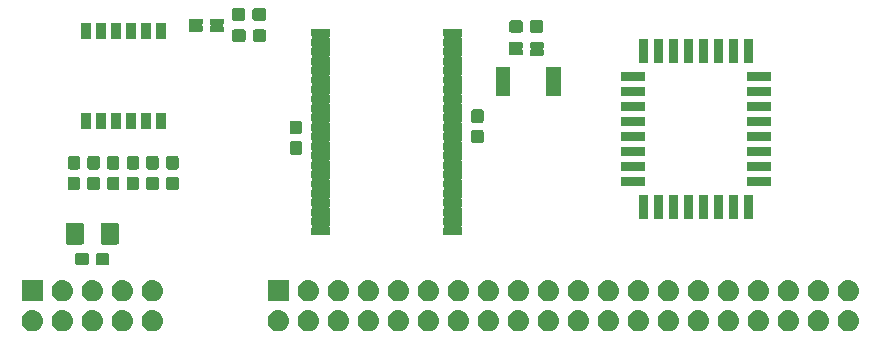
<source format=gbr>
G04 #@! TF.GenerationSoftware,KiCad,Pcbnew,(5.1.2-1)-1*
G04 #@! TF.CreationDate,2019-07-19T18:16:14-07:00*
G04 #@! TF.ProjectId,ram_board,72616d5f-626f-4617-9264-2e6b69636164,rev?*
G04 #@! TF.SameCoordinates,Original*
G04 #@! TF.FileFunction,Soldermask,Top*
G04 #@! TF.FilePolarity,Negative*
%FSLAX46Y46*%
G04 Gerber Fmt 4.6, Leading zero omitted, Abs format (unit mm)*
G04 Created by KiCad (PCBNEW (5.1.2-1)-1) date 2019-07-19 18:16:14*
%MOMM*%
%LPD*%
G04 APERTURE LIST*
%ADD10C,0.100000*%
G04 APERTURE END LIST*
D10*
G36*
X188451443Y-99308519D02*
G01*
X188517627Y-99315037D01*
X188687466Y-99366557D01*
X188843991Y-99450222D01*
X188879729Y-99479552D01*
X188981186Y-99562814D01*
X189064448Y-99664271D01*
X189093778Y-99700009D01*
X189177443Y-99856534D01*
X189228963Y-100026373D01*
X189246359Y-100203000D01*
X189228963Y-100379627D01*
X189177443Y-100549466D01*
X189093778Y-100705991D01*
X189064448Y-100741729D01*
X188981186Y-100843186D01*
X188879729Y-100926448D01*
X188843991Y-100955778D01*
X188687466Y-101039443D01*
X188517627Y-101090963D01*
X188451443Y-101097481D01*
X188385260Y-101104000D01*
X188296740Y-101104000D01*
X188230557Y-101097481D01*
X188164373Y-101090963D01*
X187994534Y-101039443D01*
X187838009Y-100955778D01*
X187802271Y-100926448D01*
X187700814Y-100843186D01*
X187617552Y-100741729D01*
X187588222Y-100705991D01*
X187504557Y-100549466D01*
X187453037Y-100379627D01*
X187435641Y-100203000D01*
X187453037Y-100026373D01*
X187504557Y-99856534D01*
X187588222Y-99700009D01*
X187617552Y-99664271D01*
X187700814Y-99562814D01*
X187802271Y-99479552D01*
X187838009Y-99450222D01*
X187994534Y-99366557D01*
X188164373Y-99315037D01*
X188230557Y-99308519D01*
X188296740Y-99302000D01*
X188385260Y-99302000D01*
X188451443Y-99308519D01*
X188451443Y-99308519D01*
G37*
G36*
X185911443Y-99308519D02*
G01*
X185977627Y-99315037D01*
X186147466Y-99366557D01*
X186303991Y-99450222D01*
X186339729Y-99479552D01*
X186441186Y-99562814D01*
X186524448Y-99664271D01*
X186553778Y-99700009D01*
X186637443Y-99856534D01*
X186688963Y-100026373D01*
X186706359Y-100203000D01*
X186688963Y-100379627D01*
X186637443Y-100549466D01*
X186553778Y-100705991D01*
X186524448Y-100741729D01*
X186441186Y-100843186D01*
X186339729Y-100926448D01*
X186303991Y-100955778D01*
X186147466Y-101039443D01*
X185977627Y-101090963D01*
X185911443Y-101097481D01*
X185845260Y-101104000D01*
X185756740Y-101104000D01*
X185690557Y-101097481D01*
X185624373Y-101090963D01*
X185454534Y-101039443D01*
X185298009Y-100955778D01*
X185262271Y-100926448D01*
X185160814Y-100843186D01*
X185077552Y-100741729D01*
X185048222Y-100705991D01*
X184964557Y-100549466D01*
X184913037Y-100379627D01*
X184895641Y-100203000D01*
X184913037Y-100026373D01*
X184964557Y-99856534D01*
X185048222Y-99700009D01*
X185077552Y-99664271D01*
X185160814Y-99562814D01*
X185262271Y-99479552D01*
X185298009Y-99450222D01*
X185454534Y-99366557D01*
X185624373Y-99315037D01*
X185690557Y-99308519D01*
X185756740Y-99302000D01*
X185845260Y-99302000D01*
X185911443Y-99308519D01*
X185911443Y-99308519D01*
G37*
G36*
X183371443Y-99308519D02*
G01*
X183437627Y-99315037D01*
X183607466Y-99366557D01*
X183763991Y-99450222D01*
X183799729Y-99479552D01*
X183901186Y-99562814D01*
X183984448Y-99664271D01*
X184013778Y-99700009D01*
X184097443Y-99856534D01*
X184148963Y-100026373D01*
X184166359Y-100203000D01*
X184148963Y-100379627D01*
X184097443Y-100549466D01*
X184013778Y-100705991D01*
X183984448Y-100741729D01*
X183901186Y-100843186D01*
X183799729Y-100926448D01*
X183763991Y-100955778D01*
X183607466Y-101039443D01*
X183437627Y-101090963D01*
X183371443Y-101097481D01*
X183305260Y-101104000D01*
X183216740Y-101104000D01*
X183150557Y-101097481D01*
X183084373Y-101090963D01*
X182914534Y-101039443D01*
X182758009Y-100955778D01*
X182722271Y-100926448D01*
X182620814Y-100843186D01*
X182537552Y-100741729D01*
X182508222Y-100705991D01*
X182424557Y-100549466D01*
X182373037Y-100379627D01*
X182355641Y-100203000D01*
X182373037Y-100026373D01*
X182424557Y-99856534D01*
X182508222Y-99700009D01*
X182537552Y-99664271D01*
X182620814Y-99562814D01*
X182722271Y-99479552D01*
X182758009Y-99450222D01*
X182914534Y-99366557D01*
X183084373Y-99315037D01*
X183150557Y-99308519D01*
X183216740Y-99302000D01*
X183305260Y-99302000D01*
X183371443Y-99308519D01*
X183371443Y-99308519D01*
G37*
G36*
X180831443Y-99308519D02*
G01*
X180897627Y-99315037D01*
X181067466Y-99366557D01*
X181223991Y-99450222D01*
X181259729Y-99479552D01*
X181361186Y-99562814D01*
X181444448Y-99664271D01*
X181473778Y-99700009D01*
X181557443Y-99856534D01*
X181608963Y-100026373D01*
X181626359Y-100203000D01*
X181608963Y-100379627D01*
X181557443Y-100549466D01*
X181473778Y-100705991D01*
X181444448Y-100741729D01*
X181361186Y-100843186D01*
X181259729Y-100926448D01*
X181223991Y-100955778D01*
X181067466Y-101039443D01*
X180897627Y-101090963D01*
X180831443Y-101097481D01*
X180765260Y-101104000D01*
X180676740Y-101104000D01*
X180610557Y-101097481D01*
X180544373Y-101090963D01*
X180374534Y-101039443D01*
X180218009Y-100955778D01*
X180182271Y-100926448D01*
X180080814Y-100843186D01*
X179997552Y-100741729D01*
X179968222Y-100705991D01*
X179884557Y-100549466D01*
X179833037Y-100379627D01*
X179815641Y-100203000D01*
X179833037Y-100026373D01*
X179884557Y-99856534D01*
X179968222Y-99700009D01*
X179997552Y-99664271D01*
X180080814Y-99562814D01*
X180182271Y-99479552D01*
X180218009Y-99450222D01*
X180374534Y-99366557D01*
X180544373Y-99315037D01*
X180610557Y-99308519D01*
X180676740Y-99302000D01*
X180765260Y-99302000D01*
X180831443Y-99308519D01*
X180831443Y-99308519D01*
G37*
G36*
X178291443Y-99308519D02*
G01*
X178357627Y-99315037D01*
X178527466Y-99366557D01*
X178683991Y-99450222D01*
X178719729Y-99479552D01*
X178821186Y-99562814D01*
X178904448Y-99664271D01*
X178933778Y-99700009D01*
X179017443Y-99856534D01*
X179068963Y-100026373D01*
X179086359Y-100203000D01*
X179068963Y-100379627D01*
X179017443Y-100549466D01*
X178933778Y-100705991D01*
X178904448Y-100741729D01*
X178821186Y-100843186D01*
X178719729Y-100926448D01*
X178683991Y-100955778D01*
X178527466Y-101039443D01*
X178357627Y-101090963D01*
X178291443Y-101097481D01*
X178225260Y-101104000D01*
X178136740Y-101104000D01*
X178070557Y-101097481D01*
X178004373Y-101090963D01*
X177834534Y-101039443D01*
X177678009Y-100955778D01*
X177642271Y-100926448D01*
X177540814Y-100843186D01*
X177457552Y-100741729D01*
X177428222Y-100705991D01*
X177344557Y-100549466D01*
X177293037Y-100379627D01*
X177275641Y-100203000D01*
X177293037Y-100026373D01*
X177344557Y-99856534D01*
X177428222Y-99700009D01*
X177457552Y-99664271D01*
X177540814Y-99562814D01*
X177642271Y-99479552D01*
X177678009Y-99450222D01*
X177834534Y-99366557D01*
X178004373Y-99315037D01*
X178070557Y-99308519D01*
X178136740Y-99302000D01*
X178225260Y-99302000D01*
X178291443Y-99308519D01*
X178291443Y-99308519D01*
G37*
G36*
X175751443Y-99308519D02*
G01*
X175817627Y-99315037D01*
X175987466Y-99366557D01*
X176143991Y-99450222D01*
X176179729Y-99479552D01*
X176281186Y-99562814D01*
X176364448Y-99664271D01*
X176393778Y-99700009D01*
X176477443Y-99856534D01*
X176528963Y-100026373D01*
X176546359Y-100203000D01*
X176528963Y-100379627D01*
X176477443Y-100549466D01*
X176393778Y-100705991D01*
X176364448Y-100741729D01*
X176281186Y-100843186D01*
X176179729Y-100926448D01*
X176143991Y-100955778D01*
X175987466Y-101039443D01*
X175817627Y-101090963D01*
X175751443Y-101097481D01*
X175685260Y-101104000D01*
X175596740Y-101104000D01*
X175530557Y-101097481D01*
X175464373Y-101090963D01*
X175294534Y-101039443D01*
X175138009Y-100955778D01*
X175102271Y-100926448D01*
X175000814Y-100843186D01*
X174917552Y-100741729D01*
X174888222Y-100705991D01*
X174804557Y-100549466D01*
X174753037Y-100379627D01*
X174735641Y-100203000D01*
X174753037Y-100026373D01*
X174804557Y-99856534D01*
X174888222Y-99700009D01*
X174917552Y-99664271D01*
X175000814Y-99562814D01*
X175102271Y-99479552D01*
X175138009Y-99450222D01*
X175294534Y-99366557D01*
X175464373Y-99315037D01*
X175530557Y-99308519D01*
X175596740Y-99302000D01*
X175685260Y-99302000D01*
X175751443Y-99308519D01*
X175751443Y-99308519D01*
G37*
G36*
X173211443Y-99308519D02*
G01*
X173277627Y-99315037D01*
X173447466Y-99366557D01*
X173603991Y-99450222D01*
X173639729Y-99479552D01*
X173741186Y-99562814D01*
X173824448Y-99664271D01*
X173853778Y-99700009D01*
X173937443Y-99856534D01*
X173988963Y-100026373D01*
X174006359Y-100203000D01*
X173988963Y-100379627D01*
X173937443Y-100549466D01*
X173853778Y-100705991D01*
X173824448Y-100741729D01*
X173741186Y-100843186D01*
X173639729Y-100926448D01*
X173603991Y-100955778D01*
X173447466Y-101039443D01*
X173277627Y-101090963D01*
X173211443Y-101097481D01*
X173145260Y-101104000D01*
X173056740Y-101104000D01*
X172990557Y-101097481D01*
X172924373Y-101090963D01*
X172754534Y-101039443D01*
X172598009Y-100955778D01*
X172562271Y-100926448D01*
X172460814Y-100843186D01*
X172377552Y-100741729D01*
X172348222Y-100705991D01*
X172264557Y-100549466D01*
X172213037Y-100379627D01*
X172195641Y-100203000D01*
X172213037Y-100026373D01*
X172264557Y-99856534D01*
X172348222Y-99700009D01*
X172377552Y-99664271D01*
X172460814Y-99562814D01*
X172562271Y-99479552D01*
X172598009Y-99450222D01*
X172754534Y-99366557D01*
X172924373Y-99315037D01*
X172990557Y-99308519D01*
X173056740Y-99302000D01*
X173145260Y-99302000D01*
X173211443Y-99308519D01*
X173211443Y-99308519D01*
G37*
G36*
X170671443Y-99308519D02*
G01*
X170737627Y-99315037D01*
X170907466Y-99366557D01*
X171063991Y-99450222D01*
X171099729Y-99479552D01*
X171201186Y-99562814D01*
X171284448Y-99664271D01*
X171313778Y-99700009D01*
X171397443Y-99856534D01*
X171448963Y-100026373D01*
X171466359Y-100203000D01*
X171448963Y-100379627D01*
X171397443Y-100549466D01*
X171313778Y-100705991D01*
X171284448Y-100741729D01*
X171201186Y-100843186D01*
X171099729Y-100926448D01*
X171063991Y-100955778D01*
X170907466Y-101039443D01*
X170737627Y-101090963D01*
X170671443Y-101097481D01*
X170605260Y-101104000D01*
X170516740Y-101104000D01*
X170450557Y-101097481D01*
X170384373Y-101090963D01*
X170214534Y-101039443D01*
X170058009Y-100955778D01*
X170022271Y-100926448D01*
X169920814Y-100843186D01*
X169837552Y-100741729D01*
X169808222Y-100705991D01*
X169724557Y-100549466D01*
X169673037Y-100379627D01*
X169655641Y-100203000D01*
X169673037Y-100026373D01*
X169724557Y-99856534D01*
X169808222Y-99700009D01*
X169837552Y-99664271D01*
X169920814Y-99562814D01*
X170022271Y-99479552D01*
X170058009Y-99450222D01*
X170214534Y-99366557D01*
X170384373Y-99315037D01*
X170450557Y-99308519D01*
X170516740Y-99302000D01*
X170605260Y-99302000D01*
X170671443Y-99308519D01*
X170671443Y-99308519D01*
G37*
G36*
X168131443Y-99308519D02*
G01*
X168197627Y-99315037D01*
X168367466Y-99366557D01*
X168523991Y-99450222D01*
X168559729Y-99479552D01*
X168661186Y-99562814D01*
X168744448Y-99664271D01*
X168773778Y-99700009D01*
X168857443Y-99856534D01*
X168908963Y-100026373D01*
X168926359Y-100203000D01*
X168908963Y-100379627D01*
X168857443Y-100549466D01*
X168773778Y-100705991D01*
X168744448Y-100741729D01*
X168661186Y-100843186D01*
X168559729Y-100926448D01*
X168523991Y-100955778D01*
X168367466Y-101039443D01*
X168197627Y-101090963D01*
X168131443Y-101097481D01*
X168065260Y-101104000D01*
X167976740Y-101104000D01*
X167910557Y-101097481D01*
X167844373Y-101090963D01*
X167674534Y-101039443D01*
X167518009Y-100955778D01*
X167482271Y-100926448D01*
X167380814Y-100843186D01*
X167297552Y-100741729D01*
X167268222Y-100705991D01*
X167184557Y-100549466D01*
X167133037Y-100379627D01*
X167115641Y-100203000D01*
X167133037Y-100026373D01*
X167184557Y-99856534D01*
X167268222Y-99700009D01*
X167297552Y-99664271D01*
X167380814Y-99562814D01*
X167482271Y-99479552D01*
X167518009Y-99450222D01*
X167674534Y-99366557D01*
X167844373Y-99315037D01*
X167910557Y-99308519D01*
X167976740Y-99302000D01*
X168065260Y-99302000D01*
X168131443Y-99308519D01*
X168131443Y-99308519D01*
G37*
G36*
X165591443Y-99308519D02*
G01*
X165657627Y-99315037D01*
X165827466Y-99366557D01*
X165983991Y-99450222D01*
X166019729Y-99479552D01*
X166121186Y-99562814D01*
X166204448Y-99664271D01*
X166233778Y-99700009D01*
X166317443Y-99856534D01*
X166368963Y-100026373D01*
X166386359Y-100203000D01*
X166368963Y-100379627D01*
X166317443Y-100549466D01*
X166233778Y-100705991D01*
X166204448Y-100741729D01*
X166121186Y-100843186D01*
X166019729Y-100926448D01*
X165983991Y-100955778D01*
X165827466Y-101039443D01*
X165657627Y-101090963D01*
X165591443Y-101097481D01*
X165525260Y-101104000D01*
X165436740Y-101104000D01*
X165370557Y-101097481D01*
X165304373Y-101090963D01*
X165134534Y-101039443D01*
X164978009Y-100955778D01*
X164942271Y-100926448D01*
X164840814Y-100843186D01*
X164757552Y-100741729D01*
X164728222Y-100705991D01*
X164644557Y-100549466D01*
X164593037Y-100379627D01*
X164575641Y-100203000D01*
X164593037Y-100026373D01*
X164644557Y-99856534D01*
X164728222Y-99700009D01*
X164757552Y-99664271D01*
X164840814Y-99562814D01*
X164942271Y-99479552D01*
X164978009Y-99450222D01*
X165134534Y-99366557D01*
X165304373Y-99315037D01*
X165370557Y-99308519D01*
X165436740Y-99302000D01*
X165525260Y-99302000D01*
X165591443Y-99308519D01*
X165591443Y-99308519D01*
G37*
G36*
X163051443Y-99308519D02*
G01*
X163117627Y-99315037D01*
X163287466Y-99366557D01*
X163443991Y-99450222D01*
X163479729Y-99479552D01*
X163581186Y-99562814D01*
X163664448Y-99664271D01*
X163693778Y-99700009D01*
X163777443Y-99856534D01*
X163828963Y-100026373D01*
X163846359Y-100203000D01*
X163828963Y-100379627D01*
X163777443Y-100549466D01*
X163693778Y-100705991D01*
X163664448Y-100741729D01*
X163581186Y-100843186D01*
X163479729Y-100926448D01*
X163443991Y-100955778D01*
X163287466Y-101039443D01*
X163117627Y-101090963D01*
X163051443Y-101097481D01*
X162985260Y-101104000D01*
X162896740Y-101104000D01*
X162830557Y-101097481D01*
X162764373Y-101090963D01*
X162594534Y-101039443D01*
X162438009Y-100955778D01*
X162402271Y-100926448D01*
X162300814Y-100843186D01*
X162217552Y-100741729D01*
X162188222Y-100705991D01*
X162104557Y-100549466D01*
X162053037Y-100379627D01*
X162035641Y-100203000D01*
X162053037Y-100026373D01*
X162104557Y-99856534D01*
X162188222Y-99700009D01*
X162217552Y-99664271D01*
X162300814Y-99562814D01*
X162402271Y-99479552D01*
X162438009Y-99450222D01*
X162594534Y-99366557D01*
X162764373Y-99315037D01*
X162830557Y-99308519D01*
X162896740Y-99302000D01*
X162985260Y-99302000D01*
X163051443Y-99308519D01*
X163051443Y-99308519D01*
G37*
G36*
X160511443Y-99308519D02*
G01*
X160577627Y-99315037D01*
X160747466Y-99366557D01*
X160903991Y-99450222D01*
X160939729Y-99479552D01*
X161041186Y-99562814D01*
X161124448Y-99664271D01*
X161153778Y-99700009D01*
X161237443Y-99856534D01*
X161288963Y-100026373D01*
X161306359Y-100203000D01*
X161288963Y-100379627D01*
X161237443Y-100549466D01*
X161153778Y-100705991D01*
X161124448Y-100741729D01*
X161041186Y-100843186D01*
X160939729Y-100926448D01*
X160903991Y-100955778D01*
X160747466Y-101039443D01*
X160577627Y-101090963D01*
X160511443Y-101097481D01*
X160445260Y-101104000D01*
X160356740Y-101104000D01*
X160290557Y-101097481D01*
X160224373Y-101090963D01*
X160054534Y-101039443D01*
X159898009Y-100955778D01*
X159862271Y-100926448D01*
X159760814Y-100843186D01*
X159677552Y-100741729D01*
X159648222Y-100705991D01*
X159564557Y-100549466D01*
X159513037Y-100379627D01*
X159495641Y-100203000D01*
X159513037Y-100026373D01*
X159564557Y-99856534D01*
X159648222Y-99700009D01*
X159677552Y-99664271D01*
X159760814Y-99562814D01*
X159862271Y-99479552D01*
X159898009Y-99450222D01*
X160054534Y-99366557D01*
X160224373Y-99315037D01*
X160290557Y-99308519D01*
X160356740Y-99302000D01*
X160445260Y-99302000D01*
X160511443Y-99308519D01*
X160511443Y-99308519D01*
G37*
G36*
X157971443Y-99308519D02*
G01*
X158037627Y-99315037D01*
X158207466Y-99366557D01*
X158363991Y-99450222D01*
X158399729Y-99479552D01*
X158501186Y-99562814D01*
X158584448Y-99664271D01*
X158613778Y-99700009D01*
X158697443Y-99856534D01*
X158748963Y-100026373D01*
X158766359Y-100203000D01*
X158748963Y-100379627D01*
X158697443Y-100549466D01*
X158613778Y-100705991D01*
X158584448Y-100741729D01*
X158501186Y-100843186D01*
X158399729Y-100926448D01*
X158363991Y-100955778D01*
X158207466Y-101039443D01*
X158037627Y-101090963D01*
X157971443Y-101097481D01*
X157905260Y-101104000D01*
X157816740Y-101104000D01*
X157750557Y-101097481D01*
X157684373Y-101090963D01*
X157514534Y-101039443D01*
X157358009Y-100955778D01*
X157322271Y-100926448D01*
X157220814Y-100843186D01*
X157137552Y-100741729D01*
X157108222Y-100705991D01*
X157024557Y-100549466D01*
X156973037Y-100379627D01*
X156955641Y-100203000D01*
X156973037Y-100026373D01*
X157024557Y-99856534D01*
X157108222Y-99700009D01*
X157137552Y-99664271D01*
X157220814Y-99562814D01*
X157322271Y-99479552D01*
X157358009Y-99450222D01*
X157514534Y-99366557D01*
X157684373Y-99315037D01*
X157750557Y-99308519D01*
X157816740Y-99302000D01*
X157905260Y-99302000D01*
X157971443Y-99308519D01*
X157971443Y-99308519D01*
G37*
G36*
X155431443Y-99308519D02*
G01*
X155497627Y-99315037D01*
X155667466Y-99366557D01*
X155823991Y-99450222D01*
X155859729Y-99479552D01*
X155961186Y-99562814D01*
X156044448Y-99664271D01*
X156073778Y-99700009D01*
X156157443Y-99856534D01*
X156208963Y-100026373D01*
X156226359Y-100203000D01*
X156208963Y-100379627D01*
X156157443Y-100549466D01*
X156073778Y-100705991D01*
X156044448Y-100741729D01*
X155961186Y-100843186D01*
X155859729Y-100926448D01*
X155823991Y-100955778D01*
X155667466Y-101039443D01*
X155497627Y-101090963D01*
X155431443Y-101097481D01*
X155365260Y-101104000D01*
X155276740Y-101104000D01*
X155210557Y-101097481D01*
X155144373Y-101090963D01*
X154974534Y-101039443D01*
X154818009Y-100955778D01*
X154782271Y-100926448D01*
X154680814Y-100843186D01*
X154597552Y-100741729D01*
X154568222Y-100705991D01*
X154484557Y-100549466D01*
X154433037Y-100379627D01*
X154415641Y-100203000D01*
X154433037Y-100026373D01*
X154484557Y-99856534D01*
X154568222Y-99700009D01*
X154597552Y-99664271D01*
X154680814Y-99562814D01*
X154782271Y-99479552D01*
X154818009Y-99450222D01*
X154974534Y-99366557D01*
X155144373Y-99315037D01*
X155210557Y-99308519D01*
X155276740Y-99302000D01*
X155365260Y-99302000D01*
X155431443Y-99308519D01*
X155431443Y-99308519D01*
G37*
G36*
X152891443Y-99308519D02*
G01*
X152957627Y-99315037D01*
X153127466Y-99366557D01*
X153283991Y-99450222D01*
X153319729Y-99479552D01*
X153421186Y-99562814D01*
X153504448Y-99664271D01*
X153533778Y-99700009D01*
X153617443Y-99856534D01*
X153668963Y-100026373D01*
X153686359Y-100203000D01*
X153668963Y-100379627D01*
X153617443Y-100549466D01*
X153533778Y-100705991D01*
X153504448Y-100741729D01*
X153421186Y-100843186D01*
X153319729Y-100926448D01*
X153283991Y-100955778D01*
X153127466Y-101039443D01*
X152957627Y-101090963D01*
X152891443Y-101097481D01*
X152825260Y-101104000D01*
X152736740Y-101104000D01*
X152670557Y-101097481D01*
X152604373Y-101090963D01*
X152434534Y-101039443D01*
X152278009Y-100955778D01*
X152242271Y-100926448D01*
X152140814Y-100843186D01*
X152057552Y-100741729D01*
X152028222Y-100705991D01*
X151944557Y-100549466D01*
X151893037Y-100379627D01*
X151875641Y-100203000D01*
X151893037Y-100026373D01*
X151944557Y-99856534D01*
X152028222Y-99700009D01*
X152057552Y-99664271D01*
X152140814Y-99562814D01*
X152242271Y-99479552D01*
X152278009Y-99450222D01*
X152434534Y-99366557D01*
X152604373Y-99315037D01*
X152670557Y-99308519D01*
X152736740Y-99302000D01*
X152825260Y-99302000D01*
X152891443Y-99308519D01*
X152891443Y-99308519D01*
G37*
G36*
X150351443Y-99308519D02*
G01*
X150417627Y-99315037D01*
X150587466Y-99366557D01*
X150743991Y-99450222D01*
X150779729Y-99479552D01*
X150881186Y-99562814D01*
X150964448Y-99664271D01*
X150993778Y-99700009D01*
X151077443Y-99856534D01*
X151128963Y-100026373D01*
X151146359Y-100203000D01*
X151128963Y-100379627D01*
X151077443Y-100549466D01*
X150993778Y-100705991D01*
X150964448Y-100741729D01*
X150881186Y-100843186D01*
X150779729Y-100926448D01*
X150743991Y-100955778D01*
X150587466Y-101039443D01*
X150417627Y-101090963D01*
X150351443Y-101097481D01*
X150285260Y-101104000D01*
X150196740Y-101104000D01*
X150130557Y-101097481D01*
X150064373Y-101090963D01*
X149894534Y-101039443D01*
X149738009Y-100955778D01*
X149702271Y-100926448D01*
X149600814Y-100843186D01*
X149517552Y-100741729D01*
X149488222Y-100705991D01*
X149404557Y-100549466D01*
X149353037Y-100379627D01*
X149335641Y-100203000D01*
X149353037Y-100026373D01*
X149404557Y-99856534D01*
X149488222Y-99700009D01*
X149517552Y-99664271D01*
X149600814Y-99562814D01*
X149702271Y-99479552D01*
X149738009Y-99450222D01*
X149894534Y-99366557D01*
X150064373Y-99315037D01*
X150130557Y-99308519D01*
X150196740Y-99302000D01*
X150285260Y-99302000D01*
X150351443Y-99308519D01*
X150351443Y-99308519D01*
G37*
G36*
X147811443Y-99308519D02*
G01*
X147877627Y-99315037D01*
X148047466Y-99366557D01*
X148203991Y-99450222D01*
X148239729Y-99479552D01*
X148341186Y-99562814D01*
X148424448Y-99664271D01*
X148453778Y-99700009D01*
X148537443Y-99856534D01*
X148588963Y-100026373D01*
X148606359Y-100203000D01*
X148588963Y-100379627D01*
X148537443Y-100549466D01*
X148453778Y-100705991D01*
X148424448Y-100741729D01*
X148341186Y-100843186D01*
X148239729Y-100926448D01*
X148203991Y-100955778D01*
X148047466Y-101039443D01*
X147877627Y-101090963D01*
X147811443Y-101097481D01*
X147745260Y-101104000D01*
X147656740Y-101104000D01*
X147590557Y-101097481D01*
X147524373Y-101090963D01*
X147354534Y-101039443D01*
X147198009Y-100955778D01*
X147162271Y-100926448D01*
X147060814Y-100843186D01*
X146977552Y-100741729D01*
X146948222Y-100705991D01*
X146864557Y-100549466D01*
X146813037Y-100379627D01*
X146795641Y-100203000D01*
X146813037Y-100026373D01*
X146864557Y-99856534D01*
X146948222Y-99700009D01*
X146977552Y-99664271D01*
X147060814Y-99562814D01*
X147162271Y-99479552D01*
X147198009Y-99450222D01*
X147354534Y-99366557D01*
X147524373Y-99315037D01*
X147590557Y-99308519D01*
X147656740Y-99302000D01*
X147745260Y-99302000D01*
X147811443Y-99308519D01*
X147811443Y-99308519D01*
G37*
G36*
X145271443Y-99308519D02*
G01*
X145337627Y-99315037D01*
X145507466Y-99366557D01*
X145663991Y-99450222D01*
X145699729Y-99479552D01*
X145801186Y-99562814D01*
X145884448Y-99664271D01*
X145913778Y-99700009D01*
X145997443Y-99856534D01*
X146048963Y-100026373D01*
X146066359Y-100203000D01*
X146048963Y-100379627D01*
X145997443Y-100549466D01*
X145913778Y-100705991D01*
X145884448Y-100741729D01*
X145801186Y-100843186D01*
X145699729Y-100926448D01*
X145663991Y-100955778D01*
X145507466Y-101039443D01*
X145337627Y-101090963D01*
X145271443Y-101097481D01*
X145205260Y-101104000D01*
X145116740Y-101104000D01*
X145050557Y-101097481D01*
X144984373Y-101090963D01*
X144814534Y-101039443D01*
X144658009Y-100955778D01*
X144622271Y-100926448D01*
X144520814Y-100843186D01*
X144437552Y-100741729D01*
X144408222Y-100705991D01*
X144324557Y-100549466D01*
X144273037Y-100379627D01*
X144255641Y-100203000D01*
X144273037Y-100026373D01*
X144324557Y-99856534D01*
X144408222Y-99700009D01*
X144437552Y-99664271D01*
X144520814Y-99562814D01*
X144622271Y-99479552D01*
X144658009Y-99450222D01*
X144814534Y-99366557D01*
X144984373Y-99315037D01*
X145050557Y-99308519D01*
X145116740Y-99302000D01*
X145205260Y-99302000D01*
X145271443Y-99308519D01*
X145271443Y-99308519D01*
G37*
G36*
X142731443Y-99308519D02*
G01*
X142797627Y-99315037D01*
X142967466Y-99366557D01*
X143123991Y-99450222D01*
X143159729Y-99479552D01*
X143261186Y-99562814D01*
X143344448Y-99664271D01*
X143373778Y-99700009D01*
X143457443Y-99856534D01*
X143508963Y-100026373D01*
X143526359Y-100203000D01*
X143508963Y-100379627D01*
X143457443Y-100549466D01*
X143373778Y-100705991D01*
X143344448Y-100741729D01*
X143261186Y-100843186D01*
X143159729Y-100926448D01*
X143123991Y-100955778D01*
X142967466Y-101039443D01*
X142797627Y-101090963D01*
X142731443Y-101097481D01*
X142665260Y-101104000D01*
X142576740Y-101104000D01*
X142510557Y-101097481D01*
X142444373Y-101090963D01*
X142274534Y-101039443D01*
X142118009Y-100955778D01*
X142082271Y-100926448D01*
X141980814Y-100843186D01*
X141897552Y-100741729D01*
X141868222Y-100705991D01*
X141784557Y-100549466D01*
X141733037Y-100379627D01*
X141715641Y-100203000D01*
X141733037Y-100026373D01*
X141784557Y-99856534D01*
X141868222Y-99700009D01*
X141897552Y-99664271D01*
X141980814Y-99562814D01*
X142082271Y-99479552D01*
X142118009Y-99450222D01*
X142274534Y-99366557D01*
X142444373Y-99315037D01*
X142510557Y-99308519D01*
X142576740Y-99302000D01*
X142665260Y-99302000D01*
X142731443Y-99308519D01*
X142731443Y-99308519D01*
G37*
G36*
X140191443Y-99308519D02*
G01*
X140257627Y-99315037D01*
X140427466Y-99366557D01*
X140583991Y-99450222D01*
X140619729Y-99479552D01*
X140721186Y-99562814D01*
X140804448Y-99664271D01*
X140833778Y-99700009D01*
X140917443Y-99856534D01*
X140968963Y-100026373D01*
X140986359Y-100203000D01*
X140968963Y-100379627D01*
X140917443Y-100549466D01*
X140833778Y-100705991D01*
X140804448Y-100741729D01*
X140721186Y-100843186D01*
X140619729Y-100926448D01*
X140583991Y-100955778D01*
X140427466Y-101039443D01*
X140257627Y-101090963D01*
X140191443Y-101097481D01*
X140125260Y-101104000D01*
X140036740Y-101104000D01*
X139970557Y-101097481D01*
X139904373Y-101090963D01*
X139734534Y-101039443D01*
X139578009Y-100955778D01*
X139542271Y-100926448D01*
X139440814Y-100843186D01*
X139357552Y-100741729D01*
X139328222Y-100705991D01*
X139244557Y-100549466D01*
X139193037Y-100379627D01*
X139175641Y-100203000D01*
X139193037Y-100026373D01*
X139244557Y-99856534D01*
X139328222Y-99700009D01*
X139357552Y-99664271D01*
X139440814Y-99562814D01*
X139542271Y-99479552D01*
X139578009Y-99450222D01*
X139734534Y-99366557D01*
X139904373Y-99315037D01*
X139970557Y-99308519D01*
X140036740Y-99302000D01*
X140125260Y-99302000D01*
X140191443Y-99308519D01*
X140191443Y-99308519D01*
G37*
G36*
X129523443Y-99308519D02*
G01*
X129589627Y-99315037D01*
X129759466Y-99366557D01*
X129915991Y-99450222D01*
X129951729Y-99479552D01*
X130053186Y-99562814D01*
X130136448Y-99664271D01*
X130165778Y-99700009D01*
X130249443Y-99856534D01*
X130300963Y-100026373D01*
X130318359Y-100203000D01*
X130300963Y-100379627D01*
X130249443Y-100549466D01*
X130165778Y-100705991D01*
X130136448Y-100741729D01*
X130053186Y-100843186D01*
X129951729Y-100926448D01*
X129915991Y-100955778D01*
X129759466Y-101039443D01*
X129589627Y-101090963D01*
X129523443Y-101097481D01*
X129457260Y-101104000D01*
X129368740Y-101104000D01*
X129302557Y-101097481D01*
X129236373Y-101090963D01*
X129066534Y-101039443D01*
X128910009Y-100955778D01*
X128874271Y-100926448D01*
X128772814Y-100843186D01*
X128689552Y-100741729D01*
X128660222Y-100705991D01*
X128576557Y-100549466D01*
X128525037Y-100379627D01*
X128507641Y-100203000D01*
X128525037Y-100026373D01*
X128576557Y-99856534D01*
X128660222Y-99700009D01*
X128689552Y-99664271D01*
X128772814Y-99562814D01*
X128874271Y-99479552D01*
X128910009Y-99450222D01*
X129066534Y-99366557D01*
X129236373Y-99315037D01*
X129302557Y-99308519D01*
X129368740Y-99302000D01*
X129457260Y-99302000D01*
X129523443Y-99308519D01*
X129523443Y-99308519D01*
G37*
G36*
X126983443Y-99308519D02*
G01*
X127049627Y-99315037D01*
X127219466Y-99366557D01*
X127375991Y-99450222D01*
X127411729Y-99479552D01*
X127513186Y-99562814D01*
X127596448Y-99664271D01*
X127625778Y-99700009D01*
X127709443Y-99856534D01*
X127760963Y-100026373D01*
X127778359Y-100203000D01*
X127760963Y-100379627D01*
X127709443Y-100549466D01*
X127625778Y-100705991D01*
X127596448Y-100741729D01*
X127513186Y-100843186D01*
X127411729Y-100926448D01*
X127375991Y-100955778D01*
X127219466Y-101039443D01*
X127049627Y-101090963D01*
X126983443Y-101097481D01*
X126917260Y-101104000D01*
X126828740Y-101104000D01*
X126762557Y-101097481D01*
X126696373Y-101090963D01*
X126526534Y-101039443D01*
X126370009Y-100955778D01*
X126334271Y-100926448D01*
X126232814Y-100843186D01*
X126149552Y-100741729D01*
X126120222Y-100705991D01*
X126036557Y-100549466D01*
X125985037Y-100379627D01*
X125967641Y-100203000D01*
X125985037Y-100026373D01*
X126036557Y-99856534D01*
X126120222Y-99700009D01*
X126149552Y-99664271D01*
X126232814Y-99562814D01*
X126334271Y-99479552D01*
X126370009Y-99450222D01*
X126526534Y-99366557D01*
X126696373Y-99315037D01*
X126762557Y-99308519D01*
X126828740Y-99302000D01*
X126917260Y-99302000D01*
X126983443Y-99308519D01*
X126983443Y-99308519D01*
G37*
G36*
X124443443Y-99308519D02*
G01*
X124509627Y-99315037D01*
X124679466Y-99366557D01*
X124835991Y-99450222D01*
X124871729Y-99479552D01*
X124973186Y-99562814D01*
X125056448Y-99664271D01*
X125085778Y-99700009D01*
X125169443Y-99856534D01*
X125220963Y-100026373D01*
X125238359Y-100203000D01*
X125220963Y-100379627D01*
X125169443Y-100549466D01*
X125085778Y-100705991D01*
X125056448Y-100741729D01*
X124973186Y-100843186D01*
X124871729Y-100926448D01*
X124835991Y-100955778D01*
X124679466Y-101039443D01*
X124509627Y-101090963D01*
X124443443Y-101097481D01*
X124377260Y-101104000D01*
X124288740Y-101104000D01*
X124222557Y-101097481D01*
X124156373Y-101090963D01*
X123986534Y-101039443D01*
X123830009Y-100955778D01*
X123794271Y-100926448D01*
X123692814Y-100843186D01*
X123609552Y-100741729D01*
X123580222Y-100705991D01*
X123496557Y-100549466D01*
X123445037Y-100379627D01*
X123427641Y-100203000D01*
X123445037Y-100026373D01*
X123496557Y-99856534D01*
X123580222Y-99700009D01*
X123609552Y-99664271D01*
X123692814Y-99562814D01*
X123794271Y-99479552D01*
X123830009Y-99450222D01*
X123986534Y-99366557D01*
X124156373Y-99315037D01*
X124222557Y-99308519D01*
X124288740Y-99302000D01*
X124377260Y-99302000D01*
X124443443Y-99308519D01*
X124443443Y-99308519D01*
G37*
G36*
X121903443Y-99308519D02*
G01*
X121969627Y-99315037D01*
X122139466Y-99366557D01*
X122295991Y-99450222D01*
X122331729Y-99479552D01*
X122433186Y-99562814D01*
X122516448Y-99664271D01*
X122545778Y-99700009D01*
X122629443Y-99856534D01*
X122680963Y-100026373D01*
X122698359Y-100203000D01*
X122680963Y-100379627D01*
X122629443Y-100549466D01*
X122545778Y-100705991D01*
X122516448Y-100741729D01*
X122433186Y-100843186D01*
X122331729Y-100926448D01*
X122295991Y-100955778D01*
X122139466Y-101039443D01*
X121969627Y-101090963D01*
X121903443Y-101097481D01*
X121837260Y-101104000D01*
X121748740Y-101104000D01*
X121682557Y-101097481D01*
X121616373Y-101090963D01*
X121446534Y-101039443D01*
X121290009Y-100955778D01*
X121254271Y-100926448D01*
X121152814Y-100843186D01*
X121069552Y-100741729D01*
X121040222Y-100705991D01*
X120956557Y-100549466D01*
X120905037Y-100379627D01*
X120887641Y-100203000D01*
X120905037Y-100026373D01*
X120956557Y-99856534D01*
X121040222Y-99700009D01*
X121069552Y-99664271D01*
X121152814Y-99562814D01*
X121254271Y-99479552D01*
X121290009Y-99450222D01*
X121446534Y-99366557D01*
X121616373Y-99315037D01*
X121682557Y-99308519D01*
X121748740Y-99302000D01*
X121837260Y-99302000D01*
X121903443Y-99308519D01*
X121903443Y-99308519D01*
G37*
G36*
X119363443Y-99308519D02*
G01*
X119429627Y-99315037D01*
X119599466Y-99366557D01*
X119755991Y-99450222D01*
X119791729Y-99479552D01*
X119893186Y-99562814D01*
X119976448Y-99664271D01*
X120005778Y-99700009D01*
X120089443Y-99856534D01*
X120140963Y-100026373D01*
X120158359Y-100203000D01*
X120140963Y-100379627D01*
X120089443Y-100549466D01*
X120005778Y-100705991D01*
X119976448Y-100741729D01*
X119893186Y-100843186D01*
X119791729Y-100926448D01*
X119755991Y-100955778D01*
X119599466Y-101039443D01*
X119429627Y-101090963D01*
X119363443Y-101097481D01*
X119297260Y-101104000D01*
X119208740Y-101104000D01*
X119142557Y-101097481D01*
X119076373Y-101090963D01*
X118906534Y-101039443D01*
X118750009Y-100955778D01*
X118714271Y-100926448D01*
X118612814Y-100843186D01*
X118529552Y-100741729D01*
X118500222Y-100705991D01*
X118416557Y-100549466D01*
X118365037Y-100379627D01*
X118347641Y-100203000D01*
X118365037Y-100026373D01*
X118416557Y-99856534D01*
X118500222Y-99700009D01*
X118529552Y-99664271D01*
X118612814Y-99562814D01*
X118714271Y-99479552D01*
X118750009Y-99450222D01*
X118906534Y-99366557D01*
X119076373Y-99315037D01*
X119142557Y-99308519D01*
X119208740Y-99302000D01*
X119297260Y-99302000D01*
X119363443Y-99308519D01*
X119363443Y-99308519D01*
G37*
G36*
X120154000Y-98564000D02*
G01*
X118352000Y-98564000D01*
X118352000Y-96762000D01*
X120154000Y-96762000D01*
X120154000Y-98564000D01*
X120154000Y-98564000D01*
G37*
G36*
X188451442Y-96768518D02*
G01*
X188517627Y-96775037D01*
X188687466Y-96826557D01*
X188843991Y-96910222D01*
X188879729Y-96939552D01*
X188981186Y-97022814D01*
X189064448Y-97124271D01*
X189093778Y-97160009D01*
X189177443Y-97316534D01*
X189228963Y-97486373D01*
X189246359Y-97663000D01*
X189228963Y-97839627D01*
X189177443Y-98009466D01*
X189093778Y-98165991D01*
X189064448Y-98201729D01*
X188981186Y-98303186D01*
X188879729Y-98386448D01*
X188843991Y-98415778D01*
X188687466Y-98499443D01*
X188517627Y-98550963D01*
X188451442Y-98557482D01*
X188385260Y-98564000D01*
X188296740Y-98564000D01*
X188230558Y-98557482D01*
X188164373Y-98550963D01*
X187994534Y-98499443D01*
X187838009Y-98415778D01*
X187802271Y-98386448D01*
X187700814Y-98303186D01*
X187617552Y-98201729D01*
X187588222Y-98165991D01*
X187504557Y-98009466D01*
X187453037Y-97839627D01*
X187435641Y-97663000D01*
X187453037Y-97486373D01*
X187504557Y-97316534D01*
X187588222Y-97160009D01*
X187617552Y-97124271D01*
X187700814Y-97022814D01*
X187802271Y-96939552D01*
X187838009Y-96910222D01*
X187994534Y-96826557D01*
X188164373Y-96775037D01*
X188230558Y-96768518D01*
X188296740Y-96762000D01*
X188385260Y-96762000D01*
X188451442Y-96768518D01*
X188451442Y-96768518D01*
G37*
G36*
X121903442Y-96768518D02*
G01*
X121969627Y-96775037D01*
X122139466Y-96826557D01*
X122295991Y-96910222D01*
X122331729Y-96939552D01*
X122433186Y-97022814D01*
X122516448Y-97124271D01*
X122545778Y-97160009D01*
X122629443Y-97316534D01*
X122680963Y-97486373D01*
X122698359Y-97663000D01*
X122680963Y-97839627D01*
X122629443Y-98009466D01*
X122545778Y-98165991D01*
X122516448Y-98201729D01*
X122433186Y-98303186D01*
X122331729Y-98386448D01*
X122295991Y-98415778D01*
X122139466Y-98499443D01*
X121969627Y-98550963D01*
X121903442Y-98557482D01*
X121837260Y-98564000D01*
X121748740Y-98564000D01*
X121682558Y-98557482D01*
X121616373Y-98550963D01*
X121446534Y-98499443D01*
X121290009Y-98415778D01*
X121254271Y-98386448D01*
X121152814Y-98303186D01*
X121069552Y-98201729D01*
X121040222Y-98165991D01*
X120956557Y-98009466D01*
X120905037Y-97839627D01*
X120887641Y-97663000D01*
X120905037Y-97486373D01*
X120956557Y-97316534D01*
X121040222Y-97160009D01*
X121069552Y-97124271D01*
X121152814Y-97022814D01*
X121254271Y-96939552D01*
X121290009Y-96910222D01*
X121446534Y-96826557D01*
X121616373Y-96775037D01*
X121682558Y-96768518D01*
X121748740Y-96762000D01*
X121837260Y-96762000D01*
X121903442Y-96768518D01*
X121903442Y-96768518D01*
G37*
G36*
X185911442Y-96768518D02*
G01*
X185977627Y-96775037D01*
X186147466Y-96826557D01*
X186303991Y-96910222D01*
X186339729Y-96939552D01*
X186441186Y-97022814D01*
X186524448Y-97124271D01*
X186553778Y-97160009D01*
X186637443Y-97316534D01*
X186688963Y-97486373D01*
X186706359Y-97663000D01*
X186688963Y-97839627D01*
X186637443Y-98009466D01*
X186553778Y-98165991D01*
X186524448Y-98201729D01*
X186441186Y-98303186D01*
X186339729Y-98386448D01*
X186303991Y-98415778D01*
X186147466Y-98499443D01*
X185977627Y-98550963D01*
X185911442Y-98557482D01*
X185845260Y-98564000D01*
X185756740Y-98564000D01*
X185690558Y-98557482D01*
X185624373Y-98550963D01*
X185454534Y-98499443D01*
X185298009Y-98415778D01*
X185262271Y-98386448D01*
X185160814Y-98303186D01*
X185077552Y-98201729D01*
X185048222Y-98165991D01*
X184964557Y-98009466D01*
X184913037Y-97839627D01*
X184895641Y-97663000D01*
X184913037Y-97486373D01*
X184964557Y-97316534D01*
X185048222Y-97160009D01*
X185077552Y-97124271D01*
X185160814Y-97022814D01*
X185262271Y-96939552D01*
X185298009Y-96910222D01*
X185454534Y-96826557D01*
X185624373Y-96775037D01*
X185690558Y-96768518D01*
X185756740Y-96762000D01*
X185845260Y-96762000D01*
X185911442Y-96768518D01*
X185911442Y-96768518D01*
G37*
G36*
X124443442Y-96768518D02*
G01*
X124509627Y-96775037D01*
X124679466Y-96826557D01*
X124835991Y-96910222D01*
X124871729Y-96939552D01*
X124973186Y-97022814D01*
X125056448Y-97124271D01*
X125085778Y-97160009D01*
X125169443Y-97316534D01*
X125220963Y-97486373D01*
X125238359Y-97663000D01*
X125220963Y-97839627D01*
X125169443Y-98009466D01*
X125085778Y-98165991D01*
X125056448Y-98201729D01*
X124973186Y-98303186D01*
X124871729Y-98386448D01*
X124835991Y-98415778D01*
X124679466Y-98499443D01*
X124509627Y-98550963D01*
X124443442Y-98557482D01*
X124377260Y-98564000D01*
X124288740Y-98564000D01*
X124222558Y-98557482D01*
X124156373Y-98550963D01*
X123986534Y-98499443D01*
X123830009Y-98415778D01*
X123794271Y-98386448D01*
X123692814Y-98303186D01*
X123609552Y-98201729D01*
X123580222Y-98165991D01*
X123496557Y-98009466D01*
X123445037Y-97839627D01*
X123427641Y-97663000D01*
X123445037Y-97486373D01*
X123496557Y-97316534D01*
X123580222Y-97160009D01*
X123609552Y-97124271D01*
X123692814Y-97022814D01*
X123794271Y-96939552D01*
X123830009Y-96910222D01*
X123986534Y-96826557D01*
X124156373Y-96775037D01*
X124222558Y-96768518D01*
X124288740Y-96762000D01*
X124377260Y-96762000D01*
X124443442Y-96768518D01*
X124443442Y-96768518D01*
G37*
G36*
X183371442Y-96768518D02*
G01*
X183437627Y-96775037D01*
X183607466Y-96826557D01*
X183763991Y-96910222D01*
X183799729Y-96939552D01*
X183901186Y-97022814D01*
X183984448Y-97124271D01*
X184013778Y-97160009D01*
X184097443Y-97316534D01*
X184148963Y-97486373D01*
X184166359Y-97663000D01*
X184148963Y-97839627D01*
X184097443Y-98009466D01*
X184013778Y-98165991D01*
X183984448Y-98201729D01*
X183901186Y-98303186D01*
X183799729Y-98386448D01*
X183763991Y-98415778D01*
X183607466Y-98499443D01*
X183437627Y-98550963D01*
X183371442Y-98557482D01*
X183305260Y-98564000D01*
X183216740Y-98564000D01*
X183150558Y-98557482D01*
X183084373Y-98550963D01*
X182914534Y-98499443D01*
X182758009Y-98415778D01*
X182722271Y-98386448D01*
X182620814Y-98303186D01*
X182537552Y-98201729D01*
X182508222Y-98165991D01*
X182424557Y-98009466D01*
X182373037Y-97839627D01*
X182355641Y-97663000D01*
X182373037Y-97486373D01*
X182424557Y-97316534D01*
X182508222Y-97160009D01*
X182537552Y-97124271D01*
X182620814Y-97022814D01*
X182722271Y-96939552D01*
X182758009Y-96910222D01*
X182914534Y-96826557D01*
X183084373Y-96775037D01*
X183150558Y-96768518D01*
X183216740Y-96762000D01*
X183305260Y-96762000D01*
X183371442Y-96768518D01*
X183371442Y-96768518D01*
G37*
G36*
X126983442Y-96768518D02*
G01*
X127049627Y-96775037D01*
X127219466Y-96826557D01*
X127375991Y-96910222D01*
X127411729Y-96939552D01*
X127513186Y-97022814D01*
X127596448Y-97124271D01*
X127625778Y-97160009D01*
X127709443Y-97316534D01*
X127760963Y-97486373D01*
X127778359Y-97663000D01*
X127760963Y-97839627D01*
X127709443Y-98009466D01*
X127625778Y-98165991D01*
X127596448Y-98201729D01*
X127513186Y-98303186D01*
X127411729Y-98386448D01*
X127375991Y-98415778D01*
X127219466Y-98499443D01*
X127049627Y-98550963D01*
X126983442Y-98557482D01*
X126917260Y-98564000D01*
X126828740Y-98564000D01*
X126762558Y-98557482D01*
X126696373Y-98550963D01*
X126526534Y-98499443D01*
X126370009Y-98415778D01*
X126334271Y-98386448D01*
X126232814Y-98303186D01*
X126149552Y-98201729D01*
X126120222Y-98165991D01*
X126036557Y-98009466D01*
X125985037Y-97839627D01*
X125967641Y-97663000D01*
X125985037Y-97486373D01*
X126036557Y-97316534D01*
X126120222Y-97160009D01*
X126149552Y-97124271D01*
X126232814Y-97022814D01*
X126334271Y-96939552D01*
X126370009Y-96910222D01*
X126526534Y-96826557D01*
X126696373Y-96775037D01*
X126762558Y-96768518D01*
X126828740Y-96762000D01*
X126917260Y-96762000D01*
X126983442Y-96768518D01*
X126983442Y-96768518D01*
G37*
G36*
X180831442Y-96768518D02*
G01*
X180897627Y-96775037D01*
X181067466Y-96826557D01*
X181223991Y-96910222D01*
X181259729Y-96939552D01*
X181361186Y-97022814D01*
X181444448Y-97124271D01*
X181473778Y-97160009D01*
X181557443Y-97316534D01*
X181608963Y-97486373D01*
X181626359Y-97663000D01*
X181608963Y-97839627D01*
X181557443Y-98009466D01*
X181473778Y-98165991D01*
X181444448Y-98201729D01*
X181361186Y-98303186D01*
X181259729Y-98386448D01*
X181223991Y-98415778D01*
X181067466Y-98499443D01*
X180897627Y-98550963D01*
X180831442Y-98557482D01*
X180765260Y-98564000D01*
X180676740Y-98564000D01*
X180610558Y-98557482D01*
X180544373Y-98550963D01*
X180374534Y-98499443D01*
X180218009Y-98415778D01*
X180182271Y-98386448D01*
X180080814Y-98303186D01*
X179997552Y-98201729D01*
X179968222Y-98165991D01*
X179884557Y-98009466D01*
X179833037Y-97839627D01*
X179815641Y-97663000D01*
X179833037Y-97486373D01*
X179884557Y-97316534D01*
X179968222Y-97160009D01*
X179997552Y-97124271D01*
X180080814Y-97022814D01*
X180182271Y-96939552D01*
X180218009Y-96910222D01*
X180374534Y-96826557D01*
X180544373Y-96775037D01*
X180610558Y-96768518D01*
X180676740Y-96762000D01*
X180765260Y-96762000D01*
X180831442Y-96768518D01*
X180831442Y-96768518D01*
G37*
G36*
X129523442Y-96768518D02*
G01*
X129589627Y-96775037D01*
X129759466Y-96826557D01*
X129915991Y-96910222D01*
X129951729Y-96939552D01*
X130053186Y-97022814D01*
X130136448Y-97124271D01*
X130165778Y-97160009D01*
X130249443Y-97316534D01*
X130300963Y-97486373D01*
X130318359Y-97663000D01*
X130300963Y-97839627D01*
X130249443Y-98009466D01*
X130165778Y-98165991D01*
X130136448Y-98201729D01*
X130053186Y-98303186D01*
X129951729Y-98386448D01*
X129915991Y-98415778D01*
X129759466Y-98499443D01*
X129589627Y-98550963D01*
X129523442Y-98557482D01*
X129457260Y-98564000D01*
X129368740Y-98564000D01*
X129302558Y-98557482D01*
X129236373Y-98550963D01*
X129066534Y-98499443D01*
X128910009Y-98415778D01*
X128874271Y-98386448D01*
X128772814Y-98303186D01*
X128689552Y-98201729D01*
X128660222Y-98165991D01*
X128576557Y-98009466D01*
X128525037Y-97839627D01*
X128507641Y-97663000D01*
X128525037Y-97486373D01*
X128576557Y-97316534D01*
X128660222Y-97160009D01*
X128689552Y-97124271D01*
X128772814Y-97022814D01*
X128874271Y-96939552D01*
X128910009Y-96910222D01*
X129066534Y-96826557D01*
X129236373Y-96775037D01*
X129302558Y-96768518D01*
X129368740Y-96762000D01*
X129457260Y-96762000D01*
X129523442Y-96768518D01*
X129523442Y-96768518D01*
G37*
G36*
X178291442Y-96768518D02*
G01*
X178357627Y-96775037D01*
X178527466Y-96826557D01*
X178683991Y-96910222D01*
X178719729Y-96939552D01*
X178821186Y-97022814D01*
X178904448Y-97124271D01*
X178933778Y-97160009D01*
X179017443Y-97316534D01*
X179068963Y-97486373D01*
X179086359Y-97663000D01*
X179068963Y-97839627D01*
X179017443Y-98009466D01*
X178933778Y-98165991D01*
X178904448Y-98201729D01*
X178821186Y-98303186D01*
X178719729Y-98386448D01*
X178683991Y-98415778D01*
X178527466Y-98499443D01*
X178357627Y-98550963D01*
X178291442Y-98557482D01*
X178225260Y-98564000D01*
X178136740Y-98564000D01*
X178070558Y-98557482D01*
X178004373Y-98550963D01*
X177834534Y-98499443D01*
X177678009Y-98415778D01*
X177642271Y-98386448D01*
X177540814Y-98303186D01*
X177457552Y-98201729D01*
X177428222Y-98165991D01*
X177344557Y-98009466D01*
X177293037Y-97839627D01*
X177275641Y-97663000D01*
X177293037Y-97486373D01*
X177344557Y-97316534D01*
X177428222Y-97160009D01*
X177457552Y-97124271D01*
X177540814Y-97022814D01*
X177642271Y-96939552D01*
X177678009Y-96910222D01*
X177834534Y-96826557D01*
X178004373Y-96775037D01*
X178070558Y-96768518D01*
X178136740Y-96762000D01*
X178225260Y-96762000D01*
X178291442Y-96768518D01*
X178291442Y-96768518D01*
G37*
G36*
X140982000Y-98564000D02*
G01*
X139180000Y-98564000D01*
X139180000Y-96762000D01*
X140982000Y-96762000D01*
X140982000Y-98564000D01*
X140982000Y-98564000D01*
G37*
G36*
X175751442Y-96768518D02*
G01*
X175817627Y-96775037D01*
X175987466Y-96826557D01*
X176143991Y-96910222D01*
X176179729Y-96939552D01*
X176281186Y-97022814D01*
X176364448Y-97124271D01*
X176393778Y-97160009D01*
X176477443Y-97316534D01*
X176528963Y-97486373D01*
X176546359Y-97663000D01*
X176528963Y-97839627D01*
X176477443Y-98009466D01*
X176393778Y-98165991D01*
X176364448Y-98201729D01*
X176281186Y-98303186D01*
X176179729Y-98386448D01*
X176143991Y-98415778D01*
X175987466Y-98499443D01*
X175817627Y-98550963D01*
X175751442Y-98557482D01*
X175685260Y-98564000D01*
X175596740Y-98564000D01*
X175530558Y-98557482D01*
X175464373Y-98550963D01*
X175294534Y-98499443D01*
X175138009Y-98415778D01*
X175102271Y-98386448D01*
X175000814Y-98303186D01*
X174917552Y-98201729D01*
X174888222Y-98165991D01*
X174804557Y-98009466D01*
X174753037Y-97839627D01*
X174735641Y-97663000D01*
X174753037Y-97486373D01*
X174804557Y-97316534D01*
X174888222Y-97160009D01*
X174917552Y-97124271D01*
X175000814Y-97022814D01*
X175102271Y-96939552D01*
X175138009Y-96910222D01*
X175294534Y-96826557D01*
X175464373Y-96775037D01*
X175530558Y-96768518D01*
X175596740Y-96762000D01*
X175685260Y-96762000D01*
X175751442Y-96768518D01*
X175751442Y-96768518D01*
G37*
G36*
X142731442Y-96768518D02*
G01*
X142797627Y-96775037D01*
X142967466Y-96826557D01*
X143123991Y-96910222D01*
X143159729Y-96939552D01*
X143261186Y-97022814D01*
X143344448Y-97124271D01*
X143373778Y-97160009D01*
X143457443Y-97316534D01*
X143508963Y-97486373D01*
X143526359Y-97663000D01*
X143508963Y-97839627D01*
X143457443Y-98009466D01*
X143373778Y-98165991D01*
X143344448Y-98201729D01*
X143261186Y-98303186D01*
X143159729Y-98386448D01*
X143123991Y-98415778D01*
X142967466Y-98499443D01*
X142797627Y-98550963D01*
X142731442Y-98557482D01*
X142665260Y-98564000D01*
X142576740Y-98564000D01*
X142510558Y-98557482D01*
X142444373Y-98550963D01*
X142274534Y-98499443D01*
X142118009Y-98415778D01*
X142082271Y-98386448D01*
X141980814Y-98303186D01*
X141897552Y-98201729D01*
X141868222Y-98165991D01*
X141784557Y-98009466D01*
X141733037Y-97839627D01*
X141715641Y-97663000D01*
X141733037Y-97486373D01*
X141784557Y-97316534D01*
X141868222Y-97160009D01*
X141897552Y-97124271D01*
X141980814Y-97022814D01*
X142082271Y-96939552D01*
X142118009Y-96910222D01*
X142274534Y-96826557D01*
X142444373Y-96775037D01*
X142510558Y-96768518D01*
X142576740Y-96762000D01*
X142665260Y-96762000D01*
X142731442Y-96768518D01*
X142731442Y-96768518D01*
G37*
G36*
X173211442Y-96768518D02*
G01*
X173277627Y-96775037D01*
X173447466Y-96826557D01*
X173603991Y-96910222D01*
X173639729Y-96939552D01*
X173741186Y-97022814D01*
X173824448Y-97124271D01*
X173853778Y-97160009D01*
X173937443Y-97316534D01*
X173988963Y-97486373D01*
X174006359Y-97663000D01*
X173988963Y-97839627D01*
X173937443Y-98009466D01*
X173853778Y-98165991D01*
X173824448Y-98201729D01*
X173741186Y-98303186D01*
X173639729Y-98386448D01*
X173603991Y-98415778D01*
X173447466Y-98499443D01*
X173277627Y-98550963D01*
X173211442Y-98557482D01*
X173145260Y-98564000D01*
X173056740Y-98564000D01*
X172990558Y-98557482D01*
X172924373Y-98550963D01*
X172754534Y-98499443D01*
X172598009Y-98415778D01*
X172562271Y-98386448D01*
X172460814Y-98303186D01*
X172377552Y-98201729D01*
X172348222Y-98165991D01*
X172264557Y-98009466D01*
X172213037Y-97839627D01*
X172195641Y-97663000D01*
X172213037Y-97486373D01*
X172264557Y-97316534D01*
X172348222Y-97160009D01*
X172377552Y-97124271D01*
X172460814Y-97022814D01*
X172562271Y-96939552D01*
X172598009Y-96910222D01*
X172754534Y-96826557D01*
X172924373Y-96775037D01*
X172990558Y-96768518D01*
X173056740Y-96762000D01*
X173145260Y-96762000D01*
X173211442Y-96768518D01*
X173211442Y-96768518D01*
G37*
G36*
X145271442Y-96768518D02*
G01*
X145337627Y-96775037D01*
X145507466Y-96826557D01*
X145663991Y-96910222D01*
X145699729Y-96939552D01*
X145801186Y-97022814D01*
X145884448Y-97124271D01*
X145913778Y-97160009D01*
X145997443Y-97316534D01*
X146048963Y-97486373D01*
X146066359Y-97663000D01*
X146048963Y-97839627D01*
X145997443Y-98009466D01*
X145913778Y-98165991D01*
X145884448Y-98201729D01*
X145801186Y-98303186D01*
X145699729Y-98386448D01*
X145663991Y-98415778D01*
X145507466Y-98499443D01*
X145337627Y-98550963D01*
X145271442Y-98557482D01*
X145205260Y-98564000D01*
X145116740Y-98564000D01*
X145050558Y-98557482D01*
X144984373Y-98550963D01*
X144814534Y-98499443D01*
X144658009Y-98415778D01*
X144622271Y-98386448D01*
X144520814Y-98303186D01*
X144437552Y-98201729D01*
X144408222Y-98165991D01*
X144324557Y-98009466D01*
X144273037Y-97839627D01*
X144255641Y-97663000D01*
X144273037Y-97486373D01*
X144324557Y-97316534D01*
X144408222Y-97160009D01*
X144437552Y-97124271D01*
X144520814Y-97022814D01*
X144622271Y-96939552D01*
X144658009Y-96910222D01*
X144814534Y-96826557D01*
X144984373Y-96775037D01*
X145050558Y-96768518D01*
X145116740Y-96762000D01*
X145205260Y-96762000D01*
X145271442Y-96768518D01*
X145271442Y-96768518D01*
G37*
G36*
X170671442Y-96768518D02*
G01*
X170737627Y-96775037D01*
X170907466Y-96826557D01*
X171063991Y-96910222D01*
X171099729Y-96939552D01*
X171201186Y-97022814D01*
X171284448Y-97124271D01*
X171313778Y-97160009D01*
X171397443Y-97316534D01*
X171448963Y-97486373D01*
X171466359Y-97663000D01*
X171448963Y-97839627D01*
X171397443Y-98009466D01*
X171313778Y-98165991D01*
X171284448Y-98201729D01*
X171201186Y-98303186D01*
X171099729Y-98386448D01*
X171063991Y-98415778D01*
X170907466Y-98499443D01*
X170737627Y-98550963D01*
X170671442Y-98557482D01*
X170605260Y-98564000D01*
X170516740Y-98564000D01*
X170450558Y-98557482D01*
X170384373Y-98550963D01*
X170214534Y-98499443D01*
X170058009Y-98415778D01*
X170022271Y-98386448D01*
X169920814Y-98303186D01*
X169837552Y-98201729D01*
X169808222Y-98165991D01*
X169724557Y-98009466D01*
X169673037Y-97839627D01*
X169655641Y-97663000D01*
X169673037Y-97486373D01*
X169724557Y-97316534D01*
X169808222Y-97160009D01*
X169837552Y-97124271D01*
X169920814Y-97022814D01*
X170022271Y-96939552D01*
X170058009Y-96910222D01*
X170214534Y-96826557D01*
X170384373Y-96775037D01*
X170450558Y-96768518D01*
X170516740Y-96762000D01*
X170605260Y-96762000D01*
X170671442Y-96768518D01*
X170671442Y-96768518D01*
G37*
G36*
X147811442Y-96768518D02*
G01*
X147877627Y-96775037D01*
X148047466Y-96826557D01*
X148203991Y-96910222D01*
X148239729Y-96939552D01*
X148341186Y-97022814D01*
X148424448Y-97124271D01*
X148453778Y-97160009D01*
X148537443Y-97316534D01*
X148588963Y-97486373D01*
X148606359Y-97663000D01*
X148588963Y-97839627D01*
X148537443Y-98009466D01*
X148453778Y-98165991D01*
X148424448Y-98201729D01*
X148341186Y-98303186D01*
X148239729Y-98386448D01*
X148203991Y-98415778D01*
X148047466Y-98499443D01*
X147877627Y-98550963D01*
X147811442Y-98557482D01*
X147745260Y-98564000D01*
X147656740Y-98564000D01*
X147590558Y-98557482D01*
X147524373Y-98550963D01*
X147354534Y-98499443D01*
X147198009Y-98415778D01*
X147162271Y-98386448D01*
X147060814Y-98303186D01*
X146977552Y-98201729D01*
X146948222Y-98165991D01*
X146864557Y-98009466D01*
X146813037Y-97839627D01*
X146795641Y-97663000D01*
X146813037Y-97486373D01*
X146864557Y-97316534D01*
X146948222Y-97160009D01*
X146977552Y-97124271D01*
X147060814Y-97022814D01*
X147162271Y-96939552D01*
X147198009Y-96910222D01*
X147354534Y-96826557D01*
X147524373Y-96775037D01*
X147590558Y-96768518D01*
X147656740Y-96762000D01*
X147745260Y-96762000D01*
X147811442Y-96768518D01*
X147811442Y-96768518D01*
G37*
G36*
X168131442Y-96768518D02*
G01*
X168197627Y-96775037D01*
X168367466Y-96826557D01*
X168523991Y-96910222D01*
X168559729Y-96939552D01*
X168661186Y-97022814D01*
X168744448Y-97124271D01*
X168773778Y-97160009D01*
X168857443Y-97316534D01*
X168908963Y-97486373D01*
X168926359Y-97663000D01*
X168908963Y-97839627D01*
X168857443Y-98009466D01*
X168773778Y-98165991D01*
X168744448Y-98201729D01*
X168661186Y-98303186D01*
X168559729Y-98386448D01*
X168523991Y-98415778D01*
X168367466Y-98499443D01*
X168197627Y-98550963D01*
X168131442Y-98557482D01*
X168065260Y-98564000D01*
X167976740Y-98564000D01*
X167910558Y-98557482D01*
X167844373Y-98550963D01*
X167674534Y-98499443D01*
X167518009Y-98415778D01*
X167482271Y-98386448D01*
X167380814Y-98303186D01*
X167297552Y-98201729D01*
X167268222Y-98165991D01*
X167184557Y-98009466D01*
X167133037Y-97839627D01*
X167115641Y-97663000D01*
X167133037Y-97486373D01*
X167184557Y-97316534D01*
X167268222Y-97160009D01*
X167297552Y-97124271D01*
X167380814Y-97022814D01*
X167482271Y-96939552D01*
X167518009Y-96910222D01*
X167674534Y-96826557D01*
X167844373Y-96775037D01*
X167910558Y-96768518D01*
X167976740Y-96762000D01*
X168065260Y-96762000D01*
X168131442Y-96768518D01*
X168131442Y-96768518D01*
G37*
G36*
X150351442Y-96768518D02*
G01*
X150417627Y-96775037D01*
X150587466Y-96826557D01*
X150743991Y-96910222D01*
X150779729Y-96939552D01*
X150881186Y-97022814D01*
X150964448Y-97124271D01*
X150993778Y-97160009D01*
X151077443Y-97316534D01*
X151128963Y-97486373D01*
X151146359Y-97663000D01*
X151128963Y-97839627D01*
X151077443Y-98009466D01*
X150993778Y-98165991D01*
X150964448Y-98201729D01*
X150881186Y-98303186D01*
X150779729Y-98386448D01*
X150743991Y-98415778D01*
X150587466Y-98499443D01*
X150417627Y-98550963D01*
X150351442Y-98557482D01*
X150285260Y-98564000D01*
X150196740Y-98564000D01*
X150130558Y-98557482D01*
X150064373Y-98550963D01*
X149894534Y-98499443D01*
X149738009Y-98415778D01*
X149702271Y-98386448D01*
X149600814Y-98303186D01*
X149517552Y-98201729D01*
X149488222Y-98165991D01*
X149404557Y-98009466D01*
X149353037Y-97839627D01*
X149335641Y-97663000D01*
X149353037Y-97486373D01*
X149404557Y-97316534D01*
X149488222Y-97160009D01*
X149517552Y-97124271D01*
X149600814Y-97022814D01*
X149702271Y-96939552D01*
X149738009Y-96910222D01*
X149894534Y-96826557D01*
X150064373Y-96775037D01*
X150130558Y-96768518D01*
X150196740Y-96762000D01*
X150285260Y-96762000D01*
X150351442Y-96768518D01*
X150351442Y-96768518D01*
G37*
G36*
X165591442Y-96768518D02*
G01*
X165657627Y-96775037D01*
X165827466Y-96826557D01*
X165983991Y-96910222D01*
X166019729Y-96939552D01*
X166121186Y-97022814D01*
X166204448Y-97124271D01*
X166233778Y-97160009D01*
X166317443Y-97316534D01*
X166368963Y-97486373D01*
X166386359Y-97663000D01*
X166368963Y-97839627D01*
X166317443Y-98009466D01*
X166233778Y-98165991D01*
X166204448Y-98201729D01*
X166121186Y-98303186D01*
X166019729Y-98386448D01*
X165983991Y-98415778D01*
X165827466Y-98499443D01*
X165657627Y-98550963D01*
X165591442Y-98557482D01*
X165525260Y-98564000D01*
X165436740Y-98564000D01*
X165370558Y-98557482D01*
X165304373Y-98550963D01*
X165134534Y-98499443D01*
X164978009Y-98415778D01*
X164942271Y-98386448D01*
X164840814Y-98303186D01*
X164757552Y-98201729D01*
X164728222Y-98165991D01*
X164644557Y-98009466D01*
X164593037Y-97839627D01*
X164575641Y-97663000D01*
X164593037Y-97486373D01*
X164644557Y-97316534D01*
X164728222Y-97160009D01*
X164757552Y-97124271D01*
X164840814Y-97022814D01*
X164942271Y-96939552D01*
X164978009Y-96910222D01*
X165134534Y-96826557D01*
X165304373Y-96775037D01*
X165370558Y-96768518D01*
X165436740Y-96762000D01*
X165525260Y-96762000D01*
X165591442Y-96768518D01*
X165591442Y-96768518D01*
G37*
G36*
X152891442Y-96768518D02*
G01*
X152957627Y-96775037D01*
X153127466Y-96826557D01*
X153283991Y-96910222D01*
X153319729Y-96939552D01*
X153421186Y-97022814D01*
X153504448Y-97124271D01*
X153533778Y-97160009D01*
X153617443Y-97316534D01*
X153668963Y-97486373D01*
X153686359Y-97663000D01*
X153668963Y-97839627D01*
X153617443Y-98009466D01*
X153533778Y-98165991D01*
X153504448Y-98201729D01*
X153421186Y-98303186D01*
X153319729Y-98386448D01*
X153283991Y-98415778D01*
X153127466Y-98499443D01*
X152957627Y-98550963D01*
X152891442Y-98557482D01*
X152825260Y-98564000D01*
X152736740Y-98564000D01*
X152670558Y-98557482D01*
X152604373Y-98550963D01*
X152434534Y-98499443D01*
X152278009Y-98415778D01*
X152242271Y-98386448D01*
X152140814Y-98303186D01*
X152057552Y-98201729D01*
X152028222Y-98165991D01*
X151944557Y-98009466D01*
X151893037Y-97839627D01*
X151875641Y-97663000D01*
X151893037Y-97486373D01*
X151944557Y-97316534D01*
X152028222Y-97160009D01*
X152057552Y-97124271D01*
X152140814Y-97022814D01*
X152242271Y-96939552D01*
X152278009Y-96910222D01*
X152434534Y-96826557D01*
X152604373Y-96775037D01*
X152670558Y-96768518D01*
X152736740Y-96762000D01*
X152825260Y-96762000D01*
X152891442Y-96768518D01*
X152891442Y-96768518D01*
G37*
G36*
X163051442Y-96768518D02*
G01*
X163117627Y-96775037D01*
X163287466Y-96826557D01*
X163443991Y-96910222D01*
X163479729Y-96939552D01*
X163581186Y-97022814D01*
X163664448Y-97124271D01*
X163693778Y-97160009D01*
X163777443Y-97316534D01*
X163828963Y-97486373D01*
X163846359Y-97663000D01*
X163828963Y-97839627D01*
X163777443Y-98009466D01*
X163693778Y-98165991D01*
X163664448Y-98201729D01*
X163581186Y-98303186D01*
X163479729Y-98386448D01*
X163443991Y-98415778D01*
X163287466Y-98499443D01*
X163117627Y-98550963D01*
X163051442Y-98557482D01*
X162985260Y-98564000D01*
X162896740Y-98564000D01*
X162830558Y-98557482D01*
X162764373Y-98550963D01*
X162594534Y-98499443D01*
X162438009Y-98415778D01*
X162402271Y-98386448D01*
X162300814Y-98303186D01*
X162217552Y-98201729D01*
X162188222Y-98165991D01*
X162104557Y-98009466D01*
X162053037Y-97839627D01*
X162035641Y-97663000D01*
X162053037Y-97486373D01*
X162104557Y-97316534D01*
X162188222Y-97160009D01*
X162217552Y-97124271D01*
X162300814Y-97022814D01*
X162402271Y-96939552D01*
X162438009Y-96910222D01*
X162594534Y-96826557D01*
X162764373Y-96775037D01*
X162830558Y-96768518D01*
X162896740Y-96762000D01*
X162985260Y-96762000D01*
X163051442Y-96768518D01*
X163051442Y-96768518D01*
G37*
G36*
X155431442Y-96768518D02*
G01*
X155497627Y-96775037D01*
X155667466Y-96826557D01*
X155823991Y-96910222D01*
X155859729Y-96939552D01*
X155961186Y-97022814D01*
X156044448Y-97124271D01*
X156073778Y-97160009D01*
X156157443Y-97316534D01*
X156208963Y-97486373D01*
X156226359Y-97663000D01*
X156208963Y-97839627D01*
X156157443Y-98009466D01*
X156073778Y-98165991D01*
X156044448Y-98201729D01*
X155961186Y-98303186D01*
X155859729Y-98386448D01*
X155823991Y-98415778D01*
X155667466Y-98499443D01*
X155497627Y-98550963D01*
X155431442Y-98557482D01*
X155365260Y-98564000D01*
X155276740Y-98564000D01*
X155210558Y-98557482D01*
X155144373Y-98550963D01*
X154974534Y-98499443D01*
X154818009Y-98415778D01*
X154782271Y-98386448D01*
X154680814Y-98303186D01*
X154597552Y-98201729D01*
X154568222Y-98165991D01*
X154484557Y-98009466D01*
X154433037Y-97839627D01*
X154415641Y-97663000D01*
X154433037Y-97486373D01*
X154484557Y-97316534D01*
X154568222Y-97160009D01*
X154597552Y-97124271D01*
X154680814Y-97022814D01*
X154782271Y-96939552D01*
X154818009Y-96910222D01*
X154974534Y-96826557D01*
X155144373Y-96775037D01*
X155210558Y-96768518D01*
X155276740Y-96762000D01*
X155365260Y-96762000D01*
X155431442Y-96768518D01*
X155431442Y-96768518D01*
G37*
G36*
X160511442Y-96768518D02*
G01*
X160577627Y-96775037D01*
X160747466Y-96826557D01*
X160903991Y-96910222D01*
X160939729Y-96939552D01*
X161041186Y-97022814D01*
X161124448Y-97124271D01*
X161153778Y-97160009D01*
X161237443Y-97316534D01*
X161288963Y-97486373D01*
X161306359Y-97663000D01*
X161288963Y-97839627D01*
X161237443Y-98009466D01*
X161153778Y-98165991D01*
X161124448Y-98201729D01*
X161041186Y-98303186D01*
X160939729Y-98386448D01*
X160903991Y-98415778D01*
X160747466Y-98499443D01*
X160577627Y-98550963D01*
X160511442Y-98557482D01*
X160445260Y-98564000D01*
X160356740Y-98564000D01*
X160290558Y-98557482D01*
X160224373Y-98550963D01*
X160054534Y-98499443D01*
X159898009Y-98415778D01*
X159862271Y-98386448D01*
X159760814Y-98303186D01*
X159677552Y-98201729D01*
X159648222Y-98165991D01*
X159564557Y-98009466D01*
X159513037Y-97839627D01*
X159495641Y-97663000D01*
X159513037Y-97486373D01*
X159564557Y-97316534D01*
X159648222Y-97160009D01*
X159677552Y-97124271D01*
X159760814Y-97022814D01*
X159862271Y-96939552D01*
X159898009Y-96910222D01*
X160054534Y-96826557D01*
X160224373Y-96775037D01*
X160290558Y-96768518D01*
X160356740Y-96762000D01*
X160445260Y-96762000D01*
X160511442Y-96768518D01*
X160511442Y-96768518D01*
G37*
G36*
X157971442Y-96768518D02*
G01*
X158037627Y-96775037D01*
X158207466Y-96826557D01*
X158363991Y-96910222D01*
X158399729Y-96939552D01*
X158501186Y-97022814D01*
X158584448Y-97124271D01*
X158613778Y-97160009D01*
X158697443Y-97316534D01*
X158748963Y-97486373D01*
X158766359Y-97663000D01*
X158748963Y-97839627D01*
X158697443Y-98009466D01*
X158613778Y-98165991D01*
X158584448Y-98201729D01*
X158501186Y-98303186D01*
X158399729Y-98386448D01*
X158363991Y-98415778D01*
X158207466Y-98499443D01*
X158037627Y-98550963D01*
X157971442Y-98557482D01*
X157905260Y-98564000D01*
X157816740Y-98564000D01*
X157750558Y-98557482D01*
X157684373Y-98550963D01*
X157514534Y-98499443D01*
X157358009Y-98415778D01*
X157322271Y-98386448D01*
X157220814Y-98303186D01*
X157137552Y-98201729D01*
X157108222Y-98165991D01*
X157024557Y-98009466D01*
X156973037Y-97839627D01*
X156955641Y-97663000D01*
X156973037Y-97486373D01*
X157024557Y-97316534D01*
X157108222Y-97160009D01*
X157137552Y-97124271D01*
X157220814Y-97022814D01*
X157322271Y-96939552D01*
X157358009Y-96910222D01*
X157514534Y-96826557D01*
X157684373Y-96775037D01*
X157750558Y-96768518D01*
X157816740Y-96762000D01*
X157905260Y-96762000D01*
X157971442Y-96768518D01*
X157971442Y-96768518D01*
G37*
G36*
X125622499Y-94474445D02*
G01*
X125659995Y-94485820D01*
X125694554Y-94504292D01*
X125724847Y-94529153D01*
X125749708Y-94559446D01*
X125768180Y-94594005D01*
X125779555Y-94631501D01*
X125784000Y-94676638D01*
X125784000Y-95315362D01*
X125779555Y-95360499D01*
X125768180Y-95397995D01*
X125749708Y-95432554D01*
X125724847Y-95462847D01*
X125694554Y-95487708D01*
X125659995Y-95506180D01*
X125622499Y-95517555D01*
X125577362Y-95522000D01*
X124838638Y-95522000D01*
X124793501Y-95517555D01*
X124756005Y-95506180D01*
X124721446Y-95487708D01*
X124691153Y-95462847D01*
X124666292Y-95432554D01*
X124647820Y-95397995D01*
X124636445Y-95360499D01*
X124632000Y-95315362D01*
X124632000Y-94676638D01*
X124636445Y-94631501D01*
X124647820Y-94594005D01*
X124666292Y-94559446D01*
X124691153Y-94529153D01*
X124721446Y-94504292D01*
X124756005Y-94485820D01*
X124793501Y-94474445D01*
X124838638Y-94470000D01*
X125577362Y-94470000D01*
X125622499Y-94474445D01*
X125622499Y-94474445D01*
G37*
G36*
X123872499Y-94474445D02*
G01*
X123909995Y-94485820D01*
X123944554Y-94504292D01*
X123974847Y-94529153D01*
X123999708Y-94559446D01*
X124018180Y-94594005D01*
X124029555Y-94631501D01*
X124034000Y-94676638D01*
X124034000Y-95315362D01*
X124029555Y-95360499D01*
X124018180Y-95397995D01*
X123999708Y-95432554D01*
X123974847Y-95462847D01*
X123944554Y-95487708D01*
X123909995Y-95506180D01*
X123872499Y-95517555D01*
X123827362Y-95522000D01*
X123088638Y-95522000D01*
X123043501Y-95517555D01*
X123006005Y-95506180D01*
X122971446Y-95487708D01*
X122941153Y-95462847D01*
X122916292Y-95432554D01*
X122897820Y-95397995D01*
X122886445Y-95360499D01*
X122882000Y-95315362D01*
X122882000Y-94676638D01*
X122886445Y-94631501D01*
X122897820Y-94594005D01*
X122916292Y-94559446D01*
X122941153Y-94529153D01*
X122971446Y-94504292D01*
X123006005Y-94485820D01*
X123043501Y-94474445D01*
X123088638Y-94470000D01*
X123827362Y-94470000D01*
X123872499Y-94474445D01*
X123872499Y-94474445D01*
G37*
G36*
X126433562Y-91915181D02*
G01*
X126468481Y-91925774D01*
X126500663Y-91942976D01*
X126528873Y-91966127D01*
X126552024Y-91994337D01*
X126569226Y-92026519D01*
X126579819Y-92061438D01*
X126584000Y-92103895D01*
X126584000Y-93570105D01*
X126579819Y-93612562D01*
X126569226Y-93647481D01*
X126552024Y-93679663D01*
X126528873Y-93707873D01*
X126500663Y-93731024D01*
X126468481Y-93748226D01*
X126433562Y-93758819D01*
X126391105Y-93763000D01*
X125249895Y-93763000D01*
X125207438Y-93758819D01*
X125172519Y-93748226D01*
X125140337Y-93731024D01*
X125112127Y-93707873D01*
X125088976Y-93679663D01*
X125071774Y-93647481D01*
X125061181Y-93612562D01*
X125057000Y-93570105D01*
X125057000Y-92103895D01*
X125061181Y-92061438D01*
X125071774Y-92026519D01*
X125088976Y-91994337D01*
X125112127Y-91966127D01*
X125140337Y-91942976D01*
X125172519Y-91925774D01*
X125207438Y-91915181D01*
X125249895Y-91911000D01*
X126391105Y-91911000D01*
X126433562Y-91915181D01*
X126433562Y-91915181D01*
G37*
G36*
X123458562Y-91915181D02*
G01*
X123493481Y-91925774D01*
X123525663Y-91942976D01*
X123553873Y-91966127D01*
X123577024Y-91994337D01*
X123594226Y-92026519D01*
X123604819Y-92061438D01*
X123609000Y-92103895D01*
X123609000Y-93570105D01*
X123604819Y-93612562D01*
X123594226Y-93647481D01*
X123577024Y-93679663D01*
X123553873Y-93707873D01*
X123525663Y-93731024D01*
X123493481Y-93748226D01*
X123458562Y-93758819D01*
X123416105Y-93763000D01*
X122274895Y-93763000D01*
X122232438Y-93758819D01*
X122197519Y-93748226D01*
X122165337Y-93731024D01*
X122137127Y-93707873D01*
X122113976Y-93679663D01*
X122096774Y-93647481D01*
X122086181Y-93612562D01*
X122082000Y-93570105D01*
X122082000Y-92103895D01*
X122086181Y-92061438D01*
X122096774Y-92026519D01*
X122113976Y-91994337D01*
X122137127Y-91966127D01*
X122165337Y-91942976D01*
X122197519Y-91925774D01*
X122232438Y-91915181D01*
X122274895Y-91911000D01*
X123416105Y-91911000D01*
X123458562Y-91915181D01*
X123458562Y-91915181D01*
G37*
G36*
X155595787Y-75502924D02*
G01*
X155614530Y-75508610D01*
X155631797Y-75517839D01*
X155646936Y-75530264D01*
X155659361Y-75545403D01*
X155668590Y-75562670D01*
X155674276Y-75581413D01*
X155676800Y-75607040D01*
X155676800Y-76045760D01*
X155674276Y-76071387D01*
X155668590Y-76090130D01*
X155659361Y-76107397D01*
X155646935Y-76122538D01*
X155638117Y-76129775D01*
X155620790Y-76147102D01*
X155607177Y-76167476D01*
X155597799Y-76190115D01*
X155593019Y-76214148D01*
X155593019Y-76238652D01*
X155597799Y-76262685D01*
X155607177Y-76285324D01*
X155620791Y-76305699D01*
X155638117Y-76323025D01*
X155646935Y-76330262D01*
X155659361Y-76345403D01*
X155668590Y-76362670D01*
X155674276Y-76381413D01*
X155676800Y-76407040D01*
X155676800Y-76845760D01*
X155674276Y-76871387D01*
X155668590Y-76890130D01*
X155659361Y-76907397D01*
X155646935Y-76922538D01*
X155638117Y-76929775D01*
X155620790Y-76947102D01*
X155607177Y-76967476D01*
X155597799Y-76990115D01*
X155593019Y-77014148D01*
X155593019Y-77038652D01*
X155597799Y-77062685D01*
X155607177Y-77085324D01*
X155620791Y-77105699D01*
X155638117Y-77123025D01*
X155646935Y-77130262D01*
X155659361Y-77145403D01*
X155668590Y-77162670D01*
X155674276Y-77181413D01*
X155676800Y-77207040D01*
X155676800Y-77645760D01*
X155674276Y-77671387D01*
X155668590Y-77690130D01*
X155659361Y-77707397D01*
X155646935Y-77722538D01*
X155638117Y-77729775D01*
X155620790Y-77747102D01*
X155607177Y-77767476D01*
X155597799Y-77790115D01*
X155593019Y-77814148D01*
X155593019Y-77838652D01*
X155597799Y-77862685D01*
X155607177Y-77885324D01*
X155620791Y-77905699D01*
X155638117Y-77923025D01*
X155646935Y-77930262D01*
X155659361Y-77945403D01*
X155668590Y-77962670D01*
X155674276Y-77981413D01*
X155676800Y-78007040D01*
X155676800Y-78445760D01*
X155674276Y-78471387D01*
X155668590Y-78490130D01*
X155659361Y-78507397D01*
X155646935Y-78522538D01*
X155638117Y-78529775D01*
X155620790Y-78547102D01*
X155607177Y-78567476D01*
X155597799Y-78590115D01*
X155593019Y-78614148D01*
X155593019Y-78638652D01*
X155597799Y-78662685D01*
X155607177Y-78685324D01*
X155620791Y-78705699D01*
X155638117Y-78723025D01*
X155646935Y-78730262D01*
X155659361Y-78745403D01*
X155668590Y-78762670D01*
X155674276Y-78781413D01*
X155676800Y-78807040D01*
X155676800Y-79245760D01*
X155674276Y-79271387D01*
X155668590Y-79290130D01*
X155659361Y-79307397D01*
X155646935Y-79322538D01*
X155638117Y-79329775D01*
X155620790Y-79347102D01*
X155607177Y-79367476D01*
X155597799Y-79390115D01*
X155593019Y-79414148D01*
X155593019Y-79438652D01*
X155597799Y-79462685D01*
X155607177Y-79485324D01*
X155620791Y-79505699D01*
X155638117Y-79523025D01*
X155646935Y-79530262D01*
X155659361Y-79545403D01*
X155668590Y-79562670D01*
X155674276Y-79581413D01*
X155676800Y-79607040D01*
X155676800Y-80045760D01*
X155674276Y-80071387D01*
X155668590Y-80090130D01*
X155659361Y-80107397D01*
X155646935Y-80122538D01*
X155638117Y-80129775D01*
X155620790Y-80147102D01*
X155607177Y-80167476D01*
X155597799Y-80190115D01*
X155593019Y-80214148D01*
X155593019Y-80238652D01*
X155597799Y-80262685D01*
X155607177Y-80285324D01*
X155620791Y-80305699D01*
X155638117Y-80323025D01*
X155646935Y-80330262D01*
X155659361Y-80345403D01*
X155668590Y-80362670D01*
X155674276Y-80381413D01*
X155676800Y-80407040D01*
X155676800Y-80845760D01*
X155674276Y-80871387D01*
X155668590Y-80890130D01*
X155659361Y-80907397D01*
X155646935Y-80922538D01*
X155638117Y-80929775D01*
X155620790Y-80947102D01*
X155607177Y-80967476D01*
X155597799Y-80990115D01*
X155593019Y-81014148D01*
X155593019Y-81038652D01*
X155597799Y-81062685D01*
X155607177Y-81085324D01*
X155620791Y-81105699D01*
X155638117Y-81123025D01*
X155646935Y-81130262D01*
X155659361Y-81145403D01*
X155668590Y-81162670D01*
X155674276Y-81181413D01*
X155676800Y-81207040D01*
X155676800Y-81645760D01*
X155674276Y-81671387D01*
X155668590Y-81690130D01*
X155659361Y-81707397D01*
X155646935Y-81722538D01*
X155638117Y-81729775D01*
X155620790Y-81747102D01*
X155607177Y-81767476D01*
X155597799Y-81790115D01*
X155593019Y-81814148D01*
X155593019Y-81838652D01*
X155597799Y-81862685D01*
X155607177Y-81885324D01*
X155620791Y-81905699D01*
X155638117Y-81923025D01*
X155646935Y-81930262D01*
X155659361Y-81945403D01*
X155668590Y-81962670D01*
X155674276Y-81981413D01*
X155676800Y-82007040D01*
X155676800Y-82445760D01*
X155674276Y-82471387D01*
X155668590Y-82490130D01*
X155659361Y-82507397D01*
X155646935Y-82522538D01*
X155638117Y-82529775D01*
X155620790Y-82547102D01*
X155607177Y-82567476D01*
X155597799Y-82590115D01*
X155593019Y-82614148D01*
X155593019Y-82638652D01*
X155597799Y-82662685D01*
X155607177Y-82685324D01*
X155620791Y-82705699D01*
X155638117Y-82723025D01*
X155646935Y-82730262D01*
X155659361Y-82745403D01*
X155668590Y-82762670D01*
X155674276Y-82781413D01*
X155676800Y-82807040D01*
X155676800Y-83245760D01*
X155674276Y-83271387D01*
X155668590Y-83290130D01*
X155659361Y-83307397D01*
X155646935Y-83322538D01*
X155638117Y-83329775D01*
X155620790Y-83347102D01*
X155607177Y-83367476D01*
X155597799Y-83390115D01*
X155593019Y-83414148D01*
X155593019Y-83438652D01*
X155597799Y-83462685D01*
X155607177Y-83485324D01*
X155620791Y-83505699D01*
X155638117Y-83523025D01*
X155646935Y-83530262D01*
X155659361Y-83545403D01*
X155668590Y-83562670D01*
X155674276Y-83581413D01*
X155676800Y-83607040D01*
X155676800Y-84045760D01*
X155674276Y-84071387D01*
X155668590Y-84090130D01*
X155659361Y-84107397D01*
X155646935Y-84122538D01*
X155638117Y-84129775D01*
X155620790Y-84147102D01*
X155607177Y-84167476D01*
X155597799Y-84190115D01*
X155593019Y-84214148D01*
X155593019Y-84238652D01*
X155597799Y-84262685D01*
X155607177Y-84285324D01*
X155620791Y-84305699D01*
X155638117Y-84323025D01*
X155646935Y-84330262D01*
X155659361Y-84345403D01*
X155668590Y-84362670D01*
X155674276Y-84381413D01*
X155676800Y-84407040D01*
X155676800Y-84845760D01*
X155674276Y-84871387D01*
X155668590Y-84890130D01*
X155659361Y-84907397D01*
X155646935Y-84922538D01*
X155638117Y-84929775D01*
X155620790Y-84947102D01*
X155607177Y-84967476D01*
X155597799Y-84990115D01*
X155593019Y-85014148D01*
X155593019Y-85038652D01*
X155597799Y-85062685D01*
X155607177Y-85085324D01*
X155620791Y-85105699D01*
X155638117Y-85123025D01*
X155646935Y-85130262D01*
X155659361Y-85145403D01*
X155668590Y-85162670D01*
X155674276Y-85181413D01*
X155676800Y-85207040D01*
X155676800Y-85645760D01*
X155674276Y-85671387D01*
X155668590Y-85690130D01*
X155659361Y-85707397D01*
X155646935Y-85722538D01*
X155638117Y-85729775D01*
X155620790Y-85747102D01*
X155607177Y-85767476D01*
X155597799Y-85790115D01*
X155593019Y-85814148D01*
X155593019Y-85838652D01*
X155597799Y-85862685D01*
X155607177Y-85885324D01*
X155620791Y-85905699D01*
X155638117Y-85923025D01*
X155646935Y-85930262D01*
X155659361Y-85945403D01*
X155668590Y-85962670D01*
X155674276Y-85981413D01*
X155676800Y-86007040D01*
X155676800Y-86445760D01*
X155674276Y-86471387D01*
X155668590Y-86490130D01*
X155659361Y-86507397D01*
X155646935Y-86522538D01*
X155638117Y-86529775D01*
X155620790Y-86547102D01*
X155607177Y-86567476D01*
X155597799Y-86590115D01*
X155593019Y-86614148D01*
X155593019Y-86638652D01*
X155597799Y-86662685D01*
X155607177Y-86685324D01*
X155620791Y-86705699D01*
X155638117Y-86723025D01*
X155646935Y-86730262D01*
X155659361Y-86745403D01*
X155668590Y-86762670D01*
X155674276Y-86781413D01*
X155676800Y-86807040D01*
X155676800Y-87245760D01*
X155674276Y-87271387D01*
X155668590Y-87290130D01*
X155659361Y-87307397D01*
X155646935Y-87322538D01*
X155638117Y-87329775D01*
X155620790Y-87347102D01*
X155607177Y-87367476D01*
X155597799Y-87390115D01*
X155593019Y-87414148D01*
X155593019Y-87438652D01*
X155597799Y-87462685D01*
X155607177Y-87485324D01*
X155620791Y-87505699D01*
X155638117Y-87523025D01*
X155646935Y-87530262D01*
X155659361Y-87545403D01*
X155668590Y-87562670D01*
X155674276Y-87581413D01*
X155676800Y-87607040D01*
X155676800Y-88045760D01*
X155674276Y-88071387D01*
X155668590Y-88090130D01*
X155659361Y-88107397D01*
X155646935Y-88122538D01*
X155638117Y-88129775D01*
X155620790Y-88147102D01*
X155607177Y-88167476D01*
X155597799Y-88190115D01*
X155593019Y-88214148D01*
X155593019Y-88238652D01*
X155597799Y-88262685D01*
X155607177Y-88285324D01*
X155620791Y-88305699D01*
X155638117Y-88323025D01*
X155646935Y-88330262D01*
X155659361Y-88345403D01*
X155668590Y-88362670D01*
X155674276Y-88381413D01*
X155676800Y-88407040D01*
X155676800Y-88845760D01*
X155674276Y-88871387D01*
X155668590Y-88890130D01*
X155659361Y-88907397D01*
X155646935Y-88922538D01*
X155638117Y-88929775D01*
X155620790Y-88947102D01*
X155607177Y-88967476D01*
X155597799Y-88990115D01*
X155593019Y-89014148D01*
X155593019Y-89038652D01*
X155597799Y-89062685D01*
X155607177Y-89085324D01*
X155620791Y-89105699D01*
X155638117Y-89123025D01*
X155646935Y-89130262D01*
X155659361Y-89145403D01*
X155668590Y-89162670D01*
X155674276Y-89181413D01*
X155676800Y-89207040D01*
X155676800Y-89645760D01*
X155674276Y-89671387D01*
X155668590Y-89690130D01*
X155659361Y-89707397D01*
X155646935Y-89722538D01*
X155638117Y-89729775D01*
X155620790Y-89747102D01*
X155607177Y-89767476D01*
X155597799Y-89790115D01*
X155593019Y-89814148D01*
X155593019Y-89838652D01*
X155597799Y-89862685D01*
X155607177Y-89885324D01*
X155620791Y-89905699D01*
X155638117Y-89923025D01*
X155646935Y-89930262D01*
X155659361Y-89945403D01*
X155668590Y-89962670D01*
X155674276Y-89981413D01*
X155676800Y-90007040D01*
X155676800Y-90445760D01*
X155674276Y-90471387D01*
X155668590Y-90490130D01*
X155659361Y-90507397D01*
X155646935Y-90522538D01*
X155638117Y-90529775D01*
X155620790Y-90547102D01*
X155607177Y-90567476D01*
X155597799Y-90590115D01*
X155593019Y-90614148D01*
X155593019Y-90638652D01*
X155597799Y-90662685D01*
X155607177Y-90685324D01*
X155620791Y-90705699D01*
X155638117Y-90723025D01*
X155646935Y-90730262D01*
X155659361Y-90745403D01*
X155668590Y-90762670D01*
X155674276Y-90781413D01*
X155676800Y-90807040D01*
X155676800Y-91245760D01*
X155674276Y-91271387D01*
X155668590Y-91290130D01*
X155659361Y-91307397D01*
X155646935Y-91322538D01*
X155638117Y-91329775D01*
X155620790Y-91347102D01*
X155607177Y-91367476D01*
X155597799Y-91390115D01*
X155593019Y-91414148D01*
X155593019Y-91438652D01*
X155597799Y-91462685D01*
X155607177Y-91485324D01*
X155620791Y-91505699D01*
X155638117Y-91523025D01*
X155646935Y-91530262D01*
X155659361Y-91545403D01*
X155668590Y-91562670D01*
X155674276Y-91581413D01*
X155676800Y-91607040D01*
X155676800Y-92045760D01*
X155674276Y-92071387D01*
X155668590Y-92090130D01*
X155659361Y-92107397D01*
X155646935Y-92122538D01*
X155638117Y-92129775D01*
X155620790Y-92147102D01*
X155607177Y-92167476D01*
X155597799Y-92190115D01*
X155593019Y-92214148D01*
X155593019Y-92238652D01*
X155597799Y-92262685D01*
X155607177Y-92285324D01*
X155620791Y-92305699D01*
X155638117Y-92323025D01*
X155646935Y-92330262D01*
X155659361Y-92345403D01*
X155668590Y-92362670D01*
X155674276Y-92381413D01*
X155676800Y-92407040D01*
X155676800Y-92845760D01*
X155674276Y-92871387D01*
X155668590Y-92890130D01*
X155659361Y-92907397D01*
X155646936Y-92922536D01*
X155631797Y-92934961D01*
X155614530Y-92944190D01*
X155595787Y-92949876D01*
X155570160Y-92952400D01*
X154156440Y-92952400D01*
X154130813Y-92949876D01*
X154112070Y-92944190D01*
X154094803Y-92934961D01*
X154079664Y-92922536D01*
X154067239Y-92907397D01*
X154058010Y-92890130D01*
X154052324Y-92871387D01*
X154049800Y-92845760D01*
X154049800Y-92407040D01*
X154052324Y-92381413D01*
X154058010Y-92362670D01*
X154067239Y-92345403D01*
X154079665Y-92330262D01*
X154088483Y-92323025D01*
X154105810Y-92305698D01*
X154119423Y-92285324D01*
X154128801Y-92262685D01*
X154133581Y-92238652D01*
X154133581Y-92214148D01*
X154128801Y-92190115D01*
X154119423Y-92167476D01*
X154105809Y-92147101D01*
X154088483Y-92129775D01*
X154079665Y-92122538D01*
X154067239Y-92107397D01*
X154058010Y-92090130D01*
X154052324Y-92071387D01*
X154049800Y-92045760D01*
X154049800Y-91607040D01*
X154052324Y-91581413D01*
X154058010Y-91562670D01*
X154067239Y-91545403D01*
X154079665Y-91530262D01*
X154088483Y-91523025D01*
X154105810Y-91505698D01*
X154119423Y-91485324D01*
X154128801Y-91462685D01*
X154133581Y-91438652D01*
X154133581Y-91414148D01*
X154128801Y-91390115D01*
X154119423Y-91367476D01*
X154105809Y-91347101D01*
X154088483Y-91329775D01*
X154079665Y-91322538D01*
X154067239Y-91307397D01*
X154058010Y-91290130D01*
X154052324Y-91271387D01*
X154049800Y-91245760D01*
X154049800Y-90807040D01*
X154052324Y-90781413D01*
X154058010Y-90762670D01*
X154067239Y-90745403D01*
X154079665Y-90730262D01*
X154088483Y-90723025D01*
X154105810Y-90705698D01*
X154119423Y-90685324D01*
X154128801Y-90662685D01*
X154133581Y-90638652D01*
X154133581Y-90614148D01*
X154128801Y-90590115D01*
X154119423Y-90567476D01*
X154105809Y-90547101D01*
X154088483Y-90529775D01*
X154079665Y-90522538D01*
X154067239Y-90507397D01*
X154058010Y-90490130D01*
X154052324Y-90471387D01*
X154049800Y-90445760D01*
X154049800Y-90007040D01*
X154052324Y-89981413D01*
X154058010Y-89962670D01*
X154067239Y-89945403D01*
X154079665Y-89930262D01*
X154088483Y-89923025D01*
X154105810Y-89905698D01*
X154119423Y-89885324D01*
X154128801Y-89862685D01*
X154133581Y-89838652D01*
X154133581Y-89814148D01*
X154128801Y-89790115D01*
X154119423Y-89767476D01*
X154105809Y-89747101D01*
X154088483Y-89729775D01*
X154079665Y-89722538D01*
X154067239Y-89707397D01*
X154058010Y-89690130D01*
X154052324Y-89671387D01*
X154049800Y-89645760D01*
X154049800Y-89207040D01*
X154052324Y-89181413D01*
X154058010Y-89162670D01*
X154067239Y-89145403D01*
X154079665Y-89130262D01*
X154088483Y-89123025D01*
X154105810Y-89105698D01*
X154119423Y-89085324D01*
X154128801Y-89062685D01*
X154133581Y-89038652D01*
X154133581Y-89014148D01*
X154128801Y-88990115D01*
X154119423Y-88967476D01*
X154105809Y-88947101D01*
X154088483Y-88929775D01*
X154079665Y-88922538D01*
X154067239Y-88907397D01*
X154058010Y-88890130D01*
X154052324Y-88871387D01*
X154049800Y-88845760D01*
X154049800Y-88407040D01*
X154052324Y-88381413D01*
X154058010Y-88362670D01*
X154067239Y-88345403D01*
X154079665Y-88330262D01*
X154088483Y-88323025D01*
X154105810Y-88305698D01*
X154119423Y-88285324D01*
X154128801Y-88262685D01*
X154133581Y-88238652D01*
X154133581Y-88214148D01*
X154128801Y-88190115D01*
X154119423Y-88167476D01*
X154105809Y-88147101D01*
X154088483Y-88129775D01*
X154079665Y-88122538D01*
X154067239Y-88107397D01*
X154058010Y-88090130D01*
X154052324Y-88071387D01*
X154049800Y-88045760D01*
X154049800Y-87607040D01*
X154052324Y-87581413D01*
X154058010Y-87562670D01*
X154067239Y-87545403D01*
X154079665Y-87530262D01*
X154088483Y-87523025D01*
X154105810Y-87505698D01*
X154119423Y-87485324D01*
X154128801Y-87462685D01*
X154133581Y-87438652D01*
X154133581Y-87414148D01*
X154128801Y-87390115D01*
X154119423Y-87367476D01*
X154105809Y-87347101D01*
X154088483Y-87329775D01*
X154079665Y-87322538D01*
X154067239Y-87307397D01*
X154058010Y-87290130D01*
X154052324Y-87271387D01*
X154049800Y-87245760D01*
X154049800Y-86807040D01*
X154052324Y-86781413D01*
X154058010Y-86762670D01*
X154067239Y-86745403D01*
X154079665Y-86730262D01*
X154088483Y-86723025D01*
X154105810Y-86705698D01*
X154119423Y-86685324D01*
X154128801Y-86662685D01*
X154133581Y-86638652D01*
X154133581Y-86614148D01*
X154128801Y-86590115D01*
X154119423Y-86567476D01*
X154105809Y-86547101D01*
X154088483Y-86529775D01*
X154079665Y-86522538D01*
X154067239Y-86507397D01*
X154058010Y-86490130D01*
X154052324Y-86471387D01*
X154049800Y-86445760D01*
X154049800Y-86007040D01*
X154052324Y-85981413D01*
X154058010Y-85962670D01*
X154067239Y-85945403D01*
X154079665Y-85930262D01*
X154088483Y-85923025D01*
X154105810Y-85905698D01*
X154119423Y-85885324D01*
X154128801Y-85862685D01*
X154133581Y-85838652D01*
X154133581Y-85814148D01*
X154128801Y-85790115D01*
X154119423Y-85767476D01*
X154105809Y-85747101D01*
X154088483Y-85729775D01*
X154079665Y-85722538D01*
X154067239Y-85707397D01*
X154058010Y-85690130D01*
X154052324Y-85671387D01*
X154049800Y-85645760D01*
X154049800Y-85207040D01*
X154052324Y-85181413D01*
X154058010Y-85162670D01*
X154067239Y-85145403D01*
X154079665Y-85130262D01*
X154088483Y-85123025D01*
X154105810Y-85105698D01*
X154119423Y-85085324D01*
X154128801Y-85062685D01*
X154133581Y-85038652D01*
X154133581Y-85014148D01*
X154128801Y-84990115D01*
X154119423Y-84967476D01*
X154105809Y-84947101D01*
X154088483Y-84929775D01*
X154079665Y-84922538D01*
X154067239Y-84907397D01*
X154058010Y-84890130D01*
X154052324Y-84871387D01*
X154049800Y-84845760D01*
X154049800Y-84407040D01*
X154052324Y-84381413D01*
X154058010Y-84362670D01*
X154067239Y-84345403D01*
X154079665Y-84330262D01*
X154088483Y-84323025D01*
X154105810Y-84305698D01*
X154119423Y-84285324D01*
X154128801Y-84262685D01*
X154133581Y-84238652D01*
X154133581Y-84214148D01*
X154128801Y-84190115D01*
X154119423Y-84167476D01*
X154105809Y-84147101D01*
X154088483Y-84129775D01*
X154079665Y-84122538D01*
X154067239Y-84107397D01*
X154058010Y-84090130D01*
X154052324Y-84071387D01*
X154049800Y-84045760D01*
X154049800Y-83607040D01*
X154052324Y-83581413D01*
X154058010Y-83562670D01*
X154067239Y-83545403D01*
X154079665Y-83530262D01*
X154088483Y-83523025D01*
X154105810Y-83505698D01*
X154119423Y-83485324D01*
X154128801Y-83462685D01*
X154133581Y-83438652D01*
X154133581Y-83414148D01*
X154128801Y-83390115D01*
X154119423Y-83367476D01*
X154105809Y-83347101D01*
X154088483Y-83329775D01*
X154079665Y-83322538D01*
X154067239Y-83307397D01*
X154058010Y-83290130D01*
X154052324Y-83271387D01*
X154049800Y-83245760D01*
X154049800Y-82807040D01*
X154052324Y-82781413D01*
X154058010Y-82762670D01*
X154067239Y-82745403D01*
X154079665Y-82730262D01*
X154088483Y-82723025D01*
X154105810Y-82705698D01*
X154119423Y-82685324D01*
X154128801Y-82662685D01*
X154133581Y-82638652D01*
X154133581Y-82614148D01*
X154128801Y-82590115D01*
X154119423Y-82567476D01*
X154105809Y-82547101D01*
X154088483Y-82529775D01*
X154079665Y-82522538D01*
X154067239Y-82507397D01*
X154058010Y-82490130D01*
X154052324Y-82471387D01*
X154049800Y-82445760D01*
X154049800Y-82007040D01*
X154052324Y-81981413D01*
X154058010Y-81962670D01*
X154067239Y-81945403D01*
X154079665Y-81930262D01*
X154088483Y-81923025D01*
X154105810Y-81905698D01*
X154119423Y-81885324D01*
X154128801Y-81862685D01*
X154133581Y-81838652D01*
X154133581Y-81814148D01*
X154128801Y-81790115D01*
X154119423Y-81767476D01*
X154105809Y-81747101D01*
X154088483Y-81729775D01*
X154079665Y-81722538D01*
X154067239Y-81707397D01*
X154058010Y-81690130D01*
X154052324Y-81671387D01*
X154049800Y-81645760D01*
X154049800Y-81207040D01*
X154052324Y-81181413D01*
X154058010Y-81162670D01*
X154067239Y-81145403D01*
X154079665Y-81130262D01*
X154088483Y-81123025D01*
X154105810Y-81105698D01*
X154119423Y-81085324D01*
X154128801Y-81062685D01*
X154133581Y-81038652D01*
X154133581Y-81014148D01*
X154128801Y-80990115D01*
X154119423Y-80967476D01*
X154105809Y-80947101D01*
X154088483Y-80929775D01*
X154079665Y-80922538D01*
X154067239Y-80907397D01*
X154058010Y-80890130D01*
X154052324Y-80871387D01*
X154049800Y-80845760D01*
X154049800Y-80407040D01*
X154052324Y-80381413D01*
X154058010Y-80362670D01*
X154067239Y-80345403D01*
X154079665Y-80330262D01*
X154088483Y-80323025D01*
X154105810Y-80305698D01*
X154119423Y-80285324D01*
X154128801Y-80262685D01*
X154133581Y-80238652D01*
X154133581Y-80214148D01*
X154128801Y-80190115D01*
X154119423Y-80167476D01*
X154105809Y-80147101D01*
X154088483Y-80129775D01*
X154079665Y-80122538D01*
X154067239Y-80107397D01*
X154058010Y-80090130D01*
X154052324Y-80071387D01*
X154049800Y-80045760D01*
X154049800Y-79607040D01*
X154052324Y-79581413D01*
X154058010Y-79562670D01*
X154067239Y-79545403D01*
X154079665Y-79530262D01*
X154088483Y-79523025D01*
X154105810Y-79505698D01*
X154119423Y-79485324D01*
X154128801Y-79462685D01*
X154133581Y-79438652D01*
X154133581Y-79414148D01*
X154128801Y-79390115D01*
X154119423Y-79367476D01*
X154105809Y-79347101D01*
X154088483Y-79329775D01*
X154079665Y-79322538D01*
X154067239Y-79307397D01*
X154058010Y-79290130D01*
X154052324Y-79271387D01*
X154049800Y-79245760D01*
X154049800Y-78807040D01*
X154052324Y-78781413D01*
X154058010Y-78762670D01*
X154067239Y-78745403D01*
X154079665Y-78730262D01*
X154088483Y-78723025D01*
X154105810Y-78705698D01*
X154119423Y-78685324D01*
X154128801Y-78662685D01*
X154133581Y-78638652D01*
X154133581Y-78614148D01*
X154128801Y-78590115D01*
X154119423Y-78567476D01*
X154105809Y-78547101D01*
X154088483Y-78529775D01*
X154079665Y-78522538D01*
X154067239Y-78507397D01*
X154058010Y-78490130D01*
X154052324Y-78471387D01*
X154049800Y-78445760D01*
X154049800Y-78007040D01*
X154052324Y-77981413D01*
X154058010Y-77962670D01*
X154067239Y-77945403D01*
X154079665Y-77930262D01*
X154088483Y-77923025D01*
X154105810Y-77905698D01*
X154119423Y-77885324D01*
X154128801Y-77862685D01*
X154133581Y-77838652D01*
X154133581Y-77814148D01*
X154128801Y-77790115D01*
X154119423Y-77767476D01*
X154105809Y-77747101D01*
X154088483Y-77729775D01*
X154079665Y-77722538D01*
X154067239Y-77707397D01*
X154058010Y-77690130D01*
X154052324Y-77671387D01*
X154049800Y-77645760D01*
X154049800Y-77207040D01*
X154052324Y-77181413D01*
X154058010Y-77162670D01*
X154067239Y-77145403D01*
X154079665Y-77130262D01*
X154088483Y-77123025D01*
X154105810Y-77105698D01*
X154119423Y-77085324D01*
X154128801Y-77062685D01*
X154133581Y-77038652D01*
X154133581Y-77014148D01*
X154128801Y-76990115D01*
X154119423Y-76967476D01*
X154105809Y-76947101D01*
X154088483Y-76929775D01*
X154079665Y-76922538D01*
X154067239Y-76907397D01*
X154058010Y-76890130D01*
X154052324Y-76871387D01*
X154049800Y-76845760D01*
X154049800Y-76407040D01*
X154052324Y-76381413D01*
X154058010Y-76362670D01*
X154067239Y-76345403D01*
X154079665Y-76330262D01*
X154088483Y-76323025D01*
X154105810Y-76305698D01*
X154119423Y-76285324D01*
X154128801Y-76262685D01*
X154133581Y-76238652D01*
X154133581Y-76214148D01*
X154128801Y-76190115D01*
X154119423Y-76167476D01*
X154105809Y-76147101D01*
X154088483Y-76129775D01*
X154079665Y-76122538D01*
X154067239Y-76107397D01*
X154058010Y-76090130D01*
X154052324Y-76071387D01*
X154049800Y-76045760D01*
X154049800Y-75607040D01*
X154052324Y-75581413D01*
X154058010Y-75562670D01*
X154067239Y-75545403D01*
X154079664Y-75530264D01*
X154094803Y-75517839D01*
X154112070Y-75508610D01*
X154130813Y-75502924D01*
X154156440Y-75500400D01*
X155570160Y-75500400D01*
X155595787Y-75502924D01*
X155595787Y-75502924D01*
G37*
G36*
X144420787Y-75502924D02*
G01*
X144439530Y-75508610D01*
X144456797Y-75517839D01*
X144471936Y-75530264D01*
X144484361Y-75545403D01*
X144493590Y-75562670D01*
X144499276Y-75581413D01*
X144501800Y-75607040D01*
X144501800Y-76045760D01*
X144499276Y-76071387D01*
X144493590Y-76090130D01*
X144484361Y-76107397D01*
X144471935Y-76122538D01*
X144463117Y-76129775D01*
X144445790Y-76147102D01*
X144432177Y-76167476D01*
X144422799Y-76190115D01*
X144418019Y-76214148D01*
X144418019Y-76238652D01*
X144422799Y-76262685D01*
X144432177Y-76285324D01*
X144445791Y-76305699D01*
X144463117Y-76323025D01*
X144471935Y-76330262D01*
X144484361Y-76345403D01*
X144493590Y-76362670D01*
X144499276Y-76381413D01*
X144501800Y-76407040D01*
X144501800Y-76845760D01*
X144499276Y-76871387D01*
X144493590Y-76890130D01*
X144484361Y-76907397D01*
X144471935Y-76922538D01*
X144463117Y-76929775D01*
X144445790Y-76947102D01*
X144432177Y-76967476D01*
X144422799Y-76990115D01*
X144418019Y-77014148D01*
X144418019Y-77038652D01*
X144422799Y-77062685D01*
X144432177Y-77085324D01*
X144445791Y-77105699D01*
X144463117Y-77123025D01*
X144471935Y-77130262D01*
X144484361Y-77145403D01*
X144493590Y-77162670D01*
X144499276Y-77181413D01*
X144501800Y-77207040D01*
X144501800Y-77645760D01*
X144499276Y-77671387D01*
X144493590Y-77690130D01*
X144484361Y-77707397D01*
X144471935Y-77722538D01*
X144463117Y-77729775D01*
X144445790Y-77747102D01*
X144432177Y-77767476D01*
X144422799Y-77790115D01*
X144418019Y-77814148D01*
X144418019Y-77838652D01*
X144422799Y-77862685D01*
X144432177Y-77885324D01*
X144445791Y-77905699D01*
X144463117Y-77923025D01*
X144471935Y-77930262D01*
X144484361Y-77945403D01*
X144493590Y-77962670D01*
X144499276Y-77981413D01*
X144501800Y-78007040D01*
X144501800Y-78445760D01*
X144499276Y-78471387D01*
X144493590Y-78490130D01*
X144484361Y-78507397D01*
X144471935Y-78522538D01*
X144463117Y-78529775D01*
X144445790Y-78547102D01*
X144432177Y-78567476D01*
X144422799Y-78590115D01*
X144418019Y-78614148D01*
X144418019Y-78638652D01*
X144422799Y-78662685D01*
X144432177Y-78685324D01*
X144445791Y-78705699D01*
X144463117Y-78723025D01*
X144471935Y-78730262D01*
X144484361Y-78745403D01*
X144493590Y-78762670D01*
X144499276Y-78781413D01*
X144501800Y-78807040D01*
X144501800Y-79245760D01*
X144499276Y-79271387D01*
X144493590Y-79290130D01*
X144484361Y-79307397D01*
X144471935Y-79322538D01*
X144463117Y-79329775D01*
X144445790Y-79347102D01*
X144432177Y-79367476D01*
X144422799Y-79390115D01*
X144418019Y-79414148D01*
X144418019Y-79438652D01*
X144422799Y-79462685D01*
X144432177Y-79485324D01*
X144445791Y-79505699D01*
X144463117Y-79523025D01*
X144471935Y-79530262D01*
X144484361Y-79545403D01*
X144493590Y-79562670D01*
X144499276Y-79581413D01*
X144501800Y-79607040D01*
X144501800Y-80045760D01*
X144499276Y-80071387D01*
X144493590Y-80090130D01*
X144484361Y-80107397D01*
X144471935Y-80122538D01*
X144463117Y-80129775D01*
X144445790Y-80147102D01*
X144432177Y-80167476D01*
X144422799Y-80190115D01*
X144418019Y-80214148D01*
X144418019Y-80238652D01*
X144422799Y-80262685D01*
X144432177Y-80285324D01*
X144445791Y-80305699D01*
X144463117Y-80323025D01*
X144471935Y-80330262D01*
X144484361Y-80345403D01*
X144493590Y-80362670D01*
X144499276Y-80381413D01*
X144501800Y-80407040D01*
X144501800Y-80845760D01*
X144499276Y-80871387D01*
X144493590Y-80890130D01*
X144484361Y-80907397D01*
X144471935Y-80922538D01*
X144463117Y-80929775D01*
X144445790Y-80947102D01*
X144432177Y-80967476D01*
X144422799Y-80990115D01*
X144418019Y-81014148D01*
X144418019Y-81038652D01*
X144422799Y-81062685D01*
X144432177Y-81085324D01*
X144445791Y-81105699D01*
X144463117Y-81123025D01*
X144471935Y-81130262D01*
X144484361Y-81145403D01*
X144493590Y-81162670D01*
X144499276Y-81181413D01*
X144501800Y-81207040D01*
X144501800Y-81645760D01*
X144499276Y-81671387D01*
X144493590Y-81690130D01*
X144484361Y-81707397D01*
X144471935Y-81722538D01*
X144463117Y-81729775D01*
X144445790Y-81747102D01*
X144432177Y-81767476D01*
X144422799Y-81790115D01*
X144418019Y-81814148D01*
X144418019Y-81838652D01*
X144422799Y-81862685D01*
X144432177Y-81885324D01*
X144445791Y-81905699D01*
X144463117Y-81923025D01*
X144471935Y-81930262D01*
X144484361Y-81945403D01*
X144493590Y-81962670D01*
X144499276Y-81981413D01*
X144501800Y-82007040D01*
X144501800Y-82445760D01*
X144499276Y-82471387D01*
X144493590Y-82490130D01*
X144484361Y-82507397D01*
X144471935Y-82522538D01*
X144463117Y-82529775D01*
X144445790Y-82547102D01*
X144432177Y-82567476D01*
X144422799Y-82590115D01*
X144418019Y-82614148D01*
X144418019Y-82638652D01*
X144422799Y-82662685D01*
X144432177Y-82685324D01*
X144445791Y-82705699D01*
X144463117Y-82723025D01*
X144471935Y-82730262D01*
X144484361Y-82745403D01*
X144493590Y-82762670D01*
X144499276Y-82781413D01*
X144501800Y-82807040D01*
X144501800Y-83245760D01*
X144499276Y-83271387D01*
X144493590Y-83290130D01*
X144484361Y-83307397D01*
X144471935Y-83322538D01*
X144463117Y-83329775D01*
X144445790Y-83347102D01*
X144432177Y-83367476D01*
X144422799Y-83390115D01*
X144418019Y-83414148D01*
X144418019Y-83438652D01*
X144422799Y-83462685D01*
X144432177Y-83485324D01*
X144445791Y-83505699D01*
X144463117Y-83523025D01*
X144471935Y-83530262D01*
X144484361Y-83545403D01*
X144493590Y-83562670D01*
X144499276Y-83581413D01*
X144501800Y-83607040D01*
X144501800Y-84045760D01*
X144499276Y-84071387D01*
X144493590Y-84090130D01*
X144484361Y-84107397D01*
X144471935Y-84122538D01*
X144463117Y-84129775D01*
X144445790Y-84147102D01*
X144432177Y-84167476D01*
X144422799Y-84190115D01*
X144418019Y-84214148D01*
X144418019Y-84238652D01*
X144422799Y-84262685D01*
X144432177Y-84285324D01*
X144445791Y-84305699D01*
X144463117Y-84323025D01*
X144471935Y-84330262D01*
X144484361Y-84345403D01*
X144493590Y-84362670D01*
X144499276Y-84381413D01*
X144501800Y-84407040D01*
X144501800Y-84845760D01*
X144499276Y-84871387D01*
X144493590Y-84890130D01*
X144484361Y-84907397D01*
X144471935Y-84922538D01*
X144463117Y-84929775D01*
X144445790Y-84947102D01*
X144432177Y-84967476D01*
X144422799Y-84990115D01*
X144418019Y-85014148D01*
X144418019Y-85038652D01*
X144422799Y-85062685D01*
X144432177Y-85085324D01*
X144445791Y-85105699D01*
X144463117Y-85123025D01*
X144471935Y-85130262D01*
X144484361Y-85145403D01*
X144493590Y-85162670D01*
X144499276Y-85181413D01*
X144501800Y-85207040D01*
X144501800Y-85645760D01*
X144499276Y-85671387D01*
X144493590Y-85690130D01*
X144484361Y-85707397D01*
X144471935Y-85722538D01*
X144463117Y-85729775D01*
X144445790Y-85747102D01*
X144432177Y-85767476D01*
X144422799Y-85790115D01*
X144418019Y-85814148D01*
X144418019Y-85838652D01*
X144422799Y-85862685D01*
X144432177Y-85885324D01*
X144445791Y-85905699D01*
X144463117Y-85923025D01*
X144471935Y-85930262D01*
X144484361Y-85945403D01*
X144493590Y-85962670D01*
X144499276Y-85981413D01*
X144501800Y-86007040D01*
X144501800Y-86445760D01*
X144499276Y-86471387D01*
X144493590Y-86490130D01*
X144484361Y-86507397D01*
X144471935Y-86522538D01*
X144463117Y-86529775D01*
X144445790Y-86547102D01*
X144432177Y-86567476D01*
X144422799Y-86590115D01*
X144418019Y-86614148D01*
X144418019Y-86638652D01*
X144422799Y-86662685D01*
X144432177Y-86685324D01*
X144445791Y-86705699D01*
X144463117Y-86723025D01*
X144471935Y-86730262D01*
X144484361Y-86745403D01*
X144493590Y-86762670D01*
X144499276Y-86781413D01*
X144501800Y-86807040D01*
X144501800Y-87245760D01*
X144499276Y-87271387D01*
X144493590Y-87290130D01*
X144484361Y-87307397D01*
X144471935Y-87322538D01*
X144463117Y-87329775D01*
X144445790Y-87347102D01*
X144432177Y-87367476D01*
X144422799Y-87390115D01*
X144418019Y-87414148D01*
X144418019Y-87438652D01*
X144422799Y-87462685D01*
X144432177Y-87485324D01*
X144445791Y-87505699D01*
X144463117Y-87523025D01*
X144471935Y-87530262D01*
X144484361Y-87545403D01*
X144493590Y-87562670D01*
X144499276Y-87581413D01*
X144501800Y-87607040D01*
X144501800Y-88045760D01*
X144499276Y-88071387D01*
X144493590Y-88090130D01*
X144484361Y-88107397D01*
X144471935Y-88122538D01*
X144463117Y-88129775D01*
X144445790Y-88147102D01*
X144432177Y-88167476D01*
X144422799Y-88190115D01*
X144418019Y-88214148D01*
X144418019Y-88238652D01*
X144422799Y-88262685D01*
X144432177Y-88285324D01*
X144445791Y-88305699D01*
X144463117Y-88323025D01*
X144471935Y-88330262D01*
X144484361Y-88345403D01*
X144493590Y-88362670D01*
X144499276Y-88381413D01*
X144501800Y-88407040D01*
X144501800Y-88845760D01*
X144499276Y-88871387D01*
X144493590Y-88890130D01*
X144484361Y-88907397D01*
X144471935Y-88922538D01*
X144463117Y-88929775D01*
X144445790Y-88947102D01*
X144432177Y-88967476D01*
X144422799Y-88990115D01*
X144418019Y-89014148D01*
X144418019Y-89038652D01*
X144422799Y-89062685D01*
X144432177Y-89085324D01*
X144445791Y-89105699D01*
X144463117Y-89123025D01*
X144471935Y-89130262D01*
X144484361Y-89145403D01*
X144493590Y-89162670D01*
X144499276Y-89181413D01*
X144501800Y-89207040D01*
X144501800Y-89645760D01*
X144499276Y-89671387D01*
X144493590Y-89690130D01*
X144484361Y-89707397D01*
X144471935Y-89722538D01*
X144463117Y-89729775D01*
X144445790Y-89747102D01*
X144432177Y-89767476D01*
X144422799Y-89790115D01*
X144418019Y-89814148D01*
X144418019Y-89838652D01*
X144422799Y-89862685D01*
X144432177Y-89885324D01*
X144445791Y-89905699D01*
X144463117Y-89923025D01*
X144471935Y-89930262D01*
X144484361Y-89945403D01*
X144493590Y-89962670D01*
X144499276Y-89981413D01*
X144501800Y-90007040D01*
X144501800Y-90445760D01*
X144499276Y-90471387D01*
X144493590Y-90490130D01*
X144484361Y-90507397D01*
X144471935Y-90522538D01*
X144463117Y-90529775D01*
X144445790Y-90547102D01*
X144432177Y-90567476D01*
X144422799Y-90590115D01*
X144418019Y-90614148D01*
X144418019Y-90638652D01*
X144422799Y-90662685D01*
X144432177Y-90685324D01*
X144445791Y-90705699D01*
X144463117Y-90723025D01*
X144471935Y-90730262D01*
X144484361Y-90745403D01*
X144493590Y-90762670D01*
X144499276Y-90781413D01*
X144501800Y-90807040D01*
X144501800Y-91245760D01*
X144499276Y-91271387D01*
X144493590Y-91290130D01*
X144484361Y-91307397D01*
X144471935Y-91322538D01*
X144463117Y-91329775D01*
X144445790Y-91347102D01*
X144432177Y-91367476D01*
X144422799Y-91390115D01*
X144418019Y-91414148D01*
X144418019Y-91438652D01*
X144422799Y-91462685D01*
X144432177Y-91485324D01*
X144445791Y-91505699D01*
X144463117Y-91523025D01*
X144471935Y-91530262D01*
X144484361Y-91545403D01*
X144493590Y-91562670D01*
X144499276Y-91581413D01*
X144501800Y-91607040D01*
X144501800Y-92045760D01*
X144499276Y-92071387D01*
X144493590Y-92090130D01*
X144484361Y-92107397D01*
X144471935Y-92122538D01*
X144463117Y-92129775D01*
X144445790Y-92147102D01*
X144432177Y-92167476D01*
X144422799Y-92190115D01*
X144418019Y-92214148D01*
X144418019Y-92238652D01*
X144422799Y-92262685D01*
X144432177Y-92285324D01*
X144445791Y-92305699D01*
X144463117Y-92323025D01*
X144471935Y-92330262D01*
X144484361Y-92345403D01*
X144493590Y-92362670D01*
X144499276Y-92381413D01*
X144501800Y-92407040D01*
X144501800Y-92845760D01*
X144499276Y-92871387D01*
X144493590Y-92890130D01*
X144484361Y-92907397D01*
X144471936Y-92922536D01*
X144456797Y-92934961D01*
X144439530Y-92944190D01*
X144420787Y-92949876D01*
X144395160Y-92952400D01*
X142981440Y-92952400D01*
X142955813Y-92949876D01*
X142937070Y-92944190D01*
X142919803Y-92934961D01*
X142904664Y-92922536D01*
X142892239Y-92907397D01*
X142883010Y-92890130D01*
X142877324Y-92871387D01*
X142874800Y-92845760D01*
X142874800Y-92407040D01*
X142877324Y-92381413D01*
X142883010Y-92362670D01*
X142892239Y-92345403D01*
X142904665Y-92330262D01*
X142913483Y-92323025D01*
X142930810Y-92305698D01*
X142944423Y-92285324D01*
X142953801Y-92262685D01*
X142958581Y-92238652D01*
X142958581Y-92214148D01*
X142953801Y-92190115D01*
X142944423Y-92167476D01*
X142930809Y-92147101D01*
X142913483Y-92129775D01*
X142904665Y-92122538D01*
X142892239Y-92107397D01*
X142883010Y-92090130D01*
X142877324Y-92071387D01*
X142874800Y-92045760D01*
X142874800Y-91607040D01*
X142877324Y-91581413D01*
X142883010Y-91562670D01*
X142892239Y-91545403D01*
X142904665Y-91530262D01*
X142913483Y-91523025D01*
X142930810Y-91505698D01*
X142944423Y-91485324D01*
X142953801Y-91462685D01*
X142958581Y-91438652D01*
X142958581Y-91414148D01*
X142953801Y-91390115D01*
X142944423Y-91367476D01*
X142930809Y-91347101D01*
X142913483Y-91329775D01*
X142904665Y-91322538D01*
X142892239Y-91307397D01*
X142883010Y-91290130D01*
X142877324Y-91271387D01*
X142874800Y-91245760D01*
X142874800Y-90807040D01*
X142877324Y-90781413D01*
X142883010Y-90762670D01*
X142892239Y-90745403D01*
X142904665Y-90730262D01*
X142913483Y-90723025D01*
X142930810Y-90705698D01*
X142944423Y-90685324D01*
X142953801Y-90662685D01*
X142958581Y-90638652D01*
X142958581Y-90614148D01*
X142953801Y-90590115D01*
X142944423Y-90567476D01*
X142930809Y-90547101D01*
X142913483Y-90529775D01*
X142904665Y-90522538D01*
X142892239Y-90507397D01*
X142883010Y-90490130D01*
X142877324Y-90471387D01*
X142874800Y-90445760D01*
X142874800Y-90007040D01*
X142877324Y-89981413D01*
X142883010Y-89962670D01*
X142892239Y-89945403D01*
X142904665Y-89930262D01*
X142913483Y-89923025D01*
X142930810Y-89905698D01*
X142944423Y-89885324D01*
X142953801Y-89862685D01*
X142958581Y-89838652D01*
X142958581Y-89814148D01*
X142953801Y-89790115D01*
X142944423Y-89767476D01*
X142930809Y-89747101D01*
X142913483Y-89729775D01*
X142904665Y-89722538D01*
X142892239Y-89707397D01*
X142883010Y-89690130D01*
X142877324Y-89671387D01*
X142874800Y-89645760D01*
X142874800Y-89207040D01*
X142877324Y-89181413D01*
X142883010Y-89162670D01*
X142892239Y-89145403D01*
X142904665Y-89130262D01*
X142913483Y-89123025D01*
X142930810Y-89105698D01*
X142944423Y-89085324D01*
X142953801Y-89062685D01*
X142958581Y-89038652D01*
X142958581Y-89014148D01*
X142953801Y-88990115D01*
X142944423Y-88967476D01*
X142930809Y-88947101D01*
X142913483Y-88929775D01*
X142904665Y-88922538D01*
X142892239Y-88907397D01*
X142883010Y-88890130D01*
X142877324Y-88871387D01*
X142874800Y-88845760D01*
X142874800Y-88407040D01*
X142877324Y-88381413D01*
X142883010Y-88362670D01*
X142892239Y-88345403D01*
X142904665Y-88330262D01*
X142913483Y-88323025D01*
X142930810Y-88305698D01*
X142944423Y-88285324D01*
X142953801Y-88262685D01*
X142958581Y-88238652D01*
X142958581Y-88214148D01*
X142953801Y-88190115D01*
X142944423Y-88167476D01*
X142930809Y-88147101D01*
X142913483Y-88129775D01*
X142904665Y-88122538D01*
X142892239Y-88107397D01*
X142883010Y-88090130D01*
X142877324Y-88071387D01*
X142874800Y-88045760D01*
X142874800Y-87607040D01*
X142877324Y-87581413D01*
X142883010Y-87562670D01*
X142892239Y-87545403D01*
X142904665Y-87530262D01*
X142913483Y-87523025D01*
X142930810Y-87505698D01*
X142944423Y-87485324D01*
X142953801Y-87462685D01*
X142958581Y-87438652D01*
X142958581Y-87414148D01*
X142953801Y-87390115D01*
X142944423Y-87367476D01*
X142930809Y-87347101D01*
X142913483Y-87329775D01*
X142904665Y-87322538D01*
X142892239Y-87307397D01*
X142883010Y-87290130D01*
X142877324Y-87271387D01*
X142874800Y-87245760D01*
X142874800Y-86807040D01*
X142877324Y-86781413D01*
X142883010Y-86762670D01*
X142892239Y-86745403D01*
X142904665Y-86730262D01*
X142913483Y-86723025D01*
X142930810Y-86705698D01*
X142944423Y-86685324D01*
X142953801Y-86662685D01*
X142958581Y-86638652D01*
X142958581Y-86614148D01*
X142953801Y-86590115D01*
X142944423Y-86567476D01*
X142930809Y-86547101D01*
X142913483Y-86529775D01*
X142904665Y-86522538D01*
X142892239Y-86507397D01*
X142883010Y-86490130D01*
X142877324Y-86471387D01*
X142874800Y-86445760D01*
X142874800Y-86007040D01*
X142877324Y-85981413D01*
X142883010Y-85962670D01*
X142892239Y-85945403D01*
X142904665Y-85930262D01*
X142913483Y-85923025D01*
X142930810Y-85905698D01*
X142944423Y-85885324D01*
X142953801Y-85862685D01*
X142958581Y-85838652D01*
X142958581Y-85814148D01*
X142953801Y-85790115D01*
X142944423Y-85767476D01*
X142930809Y-85747101D01*
X142913483Y-85729775D01*
X142904665Y-85722538D01*
X142892239Y-85707397D01*
X142883010Y-85690130D01*
X142877324Y-85671387D01*
X142874800Y-85645760D01*
X142874800Y-85207040D01*
X142877324Y-85181413D01*
X142883010Y-85162670D01*
X142892239Y-85145403D01*
X142904665Y-85130262D01*
X142913483Y-85123025D01*
X142930810Y-85105698D01*
X142944423Y-85085324D01*
X142953801Y-85062685D01*
X142958581Y-85038652D01*
X142958581Y-85014148D01*
X142953801Y-84990115D01*
X142944423Y-84967476D01*
X142930809Y-84947101D01*
X142913483Y-84929775D01*
X142904665Y-84922538D01*
X142892239Y-84907397D01*
X142883010Y-84890130D01*
X142877324Y-84871387D01*
X142874800Y-84845760D01*
X142874800Y-84407040D01*
X142877324Y-84381413D01*
X142883010Y-84362670D01*
X142892239Y-84345403D01*
X142904665Y-84330262D01*
X142913483Y-84323025D01*
X142930810Y-84305698D01*
X142944423Y-84285324D01*
X142953801Y-84262685D01*
X142958581Y-84238652D01*
X142958581Y-84214148D01*
X142953801Y-84190115D01*
X142944423Y-84167476D01*
X142930809Y-84147101D01*
X142913483Y-84129775D01*
X142904665Y-84122538D01*
X142892239Y-84107397D01*
X142883010Y-84090130D01*
X142877324Y-84071387D01*
X142874800Y-84045760D01*
X142874800Y-83607040D01*
X142877324Y-83581413D01*
X142883010Y-83562670D01*
X142892239Y-83545403D01*
X142904665Y-83530262D01*
X142913483Y-83523025D01*
X142930810Y-83505698D01*
X142944423Y-83485324D01*
X142953801Y-83462685D01*
X142958581Y-83438652D01*
X142958581Y-83414148D01*
X142953801Y-83390115D01*
X142944423Y-83367476D01*
X142930809Y-83347101D01*
X142913483Y-83329775D01*
X142904665Y-83322538D01*
X142892239Y-83307397D01*
X142883010Y-83290130D01*
X142877324Y-83271387D01*
X142874800Y-83245760D01*
X142874800Y-82807040D01*
X142877324Y-82781413D01*
X142883010Y-82762670D01*
X142892239Y-82745403D01*
X142904665Y-82730262D01*
X142913483Y-82723025D01*
X142930810Y-82705698D01*
X142944423Y-82685324D01*
X142953801Y-82662685D01*
X142958581Y-82638652D01*
X142958581Y-82614148D01*
X142953801Y-82590115D01*
X142944423Y-82567476D01*
X142930809Y-82547101D01*
X142913483Y-82529775D01*
X142904665Y-82522538D01*
X142892239Y-82507397D01*
X142883010Y-82490130D01*
X142877324Y-82471387D01*
X142874800Y-82445760D01*
X142874800Y-82007040D01*
X142877324Y-81981413D01*
X142883010Y-81962670D01*
X142892239Y-81945403D01*
X142904665Y-81930262D01*
X142913483Y-81923025D01*
X142930810Y-81905698D01*
X142944423Y-81885324D01*
X142953801Y-81862685D01*
X142958581Y-81838652D01*
X142958581Y-81814148D01*
X142953801Y-81790115D01*
X142944423Y-81767476D01*
X142930809Y-81747101D01*
X142913483Y-81729775D01*
X142904665Y-81722538D01*
X142892239Y-81707397D01*
X142883010Y-81690130D01*
X142877324Y-81671387D01*
X142874800Y-81645760D01*
X142874800Y-81207040D01*
X142877324Y-81181413D01*
X142883010Y-81162670D01*
X142892239Y-81145403D01*
X142904665Y-81130262D01*
X142913483Y-81123025D01*
X142930810Y-81105698D01*
X142944423Y-81085324D01*
X142953801Y-81062685D01*
X142958581Y-81038652D01*
X142958581Y-81014148D01*
X142953801Y-80990115D01*
X142944423Y-80967476D01*
X142930809Y-80947101D01*
X142913483Y-80929775D01*
X142904665Y-80922538D01*
X142892239Y-80907397D01*
X142883010Y-80890130D01*
X142877324Y-80871387D01*
X142874800Y-80845760D01*
X142874800Y-80407040D01*
X142877324Y-80381413D01*
X142883010Y-80362670D01*
X142892239Y-80345403D01*
X142904665Y-80330262D01*
X142913483Y-80323025D01*
X142930810Y-80305698D01*
X142944423Y-80285324D01*
X142953801Y-80262685D01*
X142958581Y-80238652D01*
X142958581Y-80214148D01*
X142953801Y-80190115D01*
X142944423Y-80167476D01*
X142930809Y-80147101D01*
X142913483Y-80129775D01*
X142904665Y-80122538D01*
X142892239Y-80107397D01*
X142883010Y-80090130D01*
X142877324Y-80071387D01*
X142874800Y-80045760D01*
X142874800Y-79607040D01*
X142877324Y-79581413D01*
X142883010Y-79562670D01*
X142892239Y-79545403D01*
X142904665Y-79530262D01*
X142913483Y-79523025D01*
X142930810Y-79505698D01*
X142944423Y-79485324D01*
X142953801Y-79462685D01*
X142958581Y-79438652D01*
X142958581Y-79414148D01*
X142953801Y-79390115D01*
X142944423Y-79367476D01*
X142930809Y-79347101D01*
X142913483Y-79329775D01*
X142904665Y-79322538D01*
X142892239Y-79307397D01*
X142883010Y-79290130D01*
X142877324Y-79271387D01*
X142874800Y-79245760D01*
X142874800Y-78807040D01*
X142877324Y-78781413D01*
X142883010Y-78762670D01*
X142892239Y-78745403D01*
X142904665Y-78730262D01*
X142913483Y-78723025D01*
X142930810Y-78705698D01*
X142944423Y-78685324D01*
X142953801Y-78662685D01*
X142958581Y-78638652D01*
X142958581Y-78614148D01*
X142953801Y-78590115D01*
X142944423Y-78567476D01*
X142930809Y-78547101D01*
X142913483Y-78529775D01*
X142904665Y-78522538D01*
X142892239Y-78507397D01*
X142883010Y-78490130D01*
X142877324Y-78471387D01*
X142874800Y-78445760D01*
X142874800Y-78007040D01*
X142877324Y-77981413D01*
X142883010Y-77962670D01*
X142892239Y-77945403D01*
X142904665Y-77930262D01*
X142913483Y-77923025D01*
X142930810Y-77905698D01*
X142944423Y-77885324D01*
X142953801Y-77862685D01*
X142958581Y-77838652D01*
X142958581Y-77814148D01*
X142953801Y-77790115D01*
X142944423Y-77767476D01*
X142930809Y-77747101D01*
X142913483Y-77729775D01*
X142904665Y-77722538D01*
X142892239Y-77707397D01*
X142883010Y-77690130D01*
X142877324Y-77671387D01*
X142874800Y-77645760D01*
X142874800Y-77207040D01*
X142877324Y-77181413D01*
X142883010Y-77162670D01*
X142892239Y-77145403D01*
X142904665Y-77130262D01*
X142913483Y-77123025D01*
X142930810Y-77105698D01*
X142944423Y-77085324D01*
X142953801Y-77062685D01*
X142958581Y-77038652D01*
X142958581Y-77014148D01*
X142953801Y-76990115D01*
X142944423Y-76967476D01*
X142930809Y-76947101D01*
X142913483Y-76929775D01*
X142904665Y-76922538D01*
X142892239Y-76907397D01*
X142883010Y-76890130D01*
X142877324Y-76871387D01*
X142874800Y-76845760D01*
X142874800Y-76407040D01*
X142877324Y-76381413D01*
X142883010Y-76362670D01*
X142892239Y-76345403D01*
X142904665Y-76330262D01*
X142913483Y-76323025D01*
X142930810Y-76305698D01*
X142944423Y-76285324D01*
X142953801Y-76262685D01*
X142958581Y-76238652D01*
X142958581Y-76214148D01*
X142953801Y-76190115D01*
X142944423Y-76167476D01*
X142930809Y-76147101D01*
X142913483Y-76129775D01*
X142904665Y-76122538D01*
X142892239Y-76107397D01*
X142883010Y-76090130D01*
X142877324Y-76071387D01*
X142874800Y-76045760D01*
X142874800Y-75607040D01*
X142877324Y-75581413D01*
X142883010Y-75562670D01*
X142892239Y-75545403D01*
X142904664Y-75530264D01*
X142919803Y-75517839D01*
X142937070Y-75508610D01*
X142955813Y-75502924D01*
X142981440Y-75500400D01*
X144395160Y-75500400D01*
X144420787Y-75502924D01*
X144420787Y-75502924D01*
G37*
G36*
X172663800Y-91603800D02*
G01*
X171861800Y-91603800D01*
X171861800Y-89576800D01*
X172663800Y-89576800D01*
X172663800Y-91603800D01*
X172663800Y-91603800D01*
G37*
G36*
X180283800Y-91603800D02*
G01*
X179481800Y-91603800D01*
X179481800Y-89576800D01*
X180283800Y-89576800D01*
X180283800Y-91603800D01*
X180283800Y-91603800D01*
G37*
G36*
X179013800Y-91603800D02*
G01*
X178211800Y-91603800D01*
X178211800Y-89576800D01*
X179013800Y-89576800D01*
X179013800Y-91603800D01*
X179013800Y-91603800D01*
G37*
G36*
X171393800Y-91603800D02*
G01*
X170591800Y-91603800D01*
X170591800Y-89576800D01*
X171393800Y-89576800D01*
X171393800Y-91603800D01*
X171393800Y-91603800D01*
G37*
G36*
X177743800Y-91603800D02*
G01*
X176941800Y-91603800D01*
X176941800Y-89576800D01*
X177743800Y-89576800D01*
X177743800Y-91603800D01*
X177743800Y-91603800D01*
G37*
G36*
X173933800Y-91603800D02*
G01*
X173131800Y-91603800D01*
X173131800Y-89576800D01*
X173933800Y-89576800D01*
X173933800Y-91603800D01*
X173933800Y-91603800D01*
G37*
G36*
X176473800Y-91603800D02*
G01*
X175671800Y-91603800D01*
X175671800Y-89576800D01*
X176473800Y-89576800D01*
X176473800Y-91603800D01*
X176473800Y-91603800D01*
G37*
G36*
X175203800Y-91603800D02*
G01*
X174401800Y-91603800D01*
X174401800Y-89576800D01*
X175203800Y-89576800D01*
X175203800Y-91603800D01*
X175203800Y-91603800D01*
G37*
G36*
X131479299Y-88009645D02*
G01*
X131516795Y-88021020D01*
X131551354Y-88039492D01*
X131581647Y-88064353D01*
X131606508Y-88094646D01*
X131624980Y-88129205D01*
X131636355Y-88166701D01*
X131640800Y-88211838D01*
X131640800Y-88950562D01*
X131636355Y-88995699D01*
X131624980Y-89033195D01*
X131606508Y-89067754D01*
X131581647Y-89098047D01*
X131551354Y-89122908D01*
X131516795Y-89141380D01*
X131479299Y-89152755D01*
X131434162Y-89157200D01*
X130795438Y-89157200D01*
X130750301Y-89152755D01*
X130712805Y-89141380D01*
X130678246Y-89122908D01*
X130647953Y-89098047D01*
X130623092Y-89067754D01*
X130604620Y-89033195D01*
X130593245Y-88995699D01*
X130588800Y-88950562D01*
X130588800Y-88211838D01*
X130593245Y-88166701D01*
X130604620Y-88129205D01*
X130623092Y-88094646D01*
X130647953Y-88064353D01*
X130678246Y-88039492D01*
X130712805Y-88021020D01*
X130750301Y-88009645D01*
X130795438Y-88005200D01*
X131434162Y-88005200D01*
X131479299Y-88009645D01*
X131479299Y-88009645D01*
G37*
G36*
X123148099Y-88009645D02*
G01*
X123185595Y-88021020D01*
X123220154Y-88039492D01*
X123250447Y-88064353D01*
X123275308Y-88094646D01*
X123293780Y-88129205D01*
X123305155Y-88166701D01*
X123309600Y-88211838D01*
X123309600Y-88950562D01*
X123305155Y-88995699D01*
X123293780Y-89033195D01*
X123275308Y-89067754D01*
X123250447Y-89098047D01*
X123220154Y-89122908D01*
X123185595Y-89141380D01*
X123148099Y-89152755D01*
X123102962Y-89157200D01*
X122464238Y-89157200D01*
X122419101Y-89152755D01*
X122381605Y-89141380D01*
X122347046Y-89122908D01*
X122316753Y-89098047D01*
X122291892Y-89067754D01*
X122273420Y-89033195D01*
X122262045Y-88995699D01*
X122257600Y-88950562D01*
X122257600Y-88211838D01*
X122262045Y-88166701D01*
X122273420Y-88129205D01*
X122291892Y-88094646D01*
X122316753Y-88064353D01*
X122347046Y-88039492D01*
X122381605Y-88021020D01*
X122419101Y-88009645D01*
X122464238Y-88005200D01*
X123102962Y-88005200D01*
X123148099Y-88009645D01*
X123148099Y-88009645D01*
G37*
G36*
X129792739Y-88009645D02*
G01*
X129830235Y-88021020D01*
X129864794Y-88039492D01*
X129895087Y-88064353D01*
X129919948Y-88094646D01*
X129938420Y-88129205D01*
X129949795Y-88166701D01*
X129954240Y-88211838D01*
X129954240Y-88950562D01*
X129949795Y-88995699D01*
X129938420Y-89033195D01*
X129919948Y-89067754D01*
X129895087Y-89098047D01*
X129864794Y-89122908D01*
X129830235Y-89141380D01*
X129792739Y-89152755D01*
X129747602Y-89157200D01*
X129108878Y-89157200D01*
X129063741Y-89152755D01*
X129026245Y-89141380D01*
X128991686Y-89122908D01*
X128961393Y-89098047D01*
X128936532Y-89067754D01*
X128918060Y-89033195D01*
X128906685Y-88995699D01*
X128902240Y-88950562D01*
X128902240Y-88211838D01*
X128906685Y-88166701D01*
X128918060Y-88129205D01*
X128936532Y-88094646D01*
X128961393Y-88064353D01*
X128991686Y-88039492D01*
X129026245Y-88021020D01*
X129063741Y-88009645D01*
X129108878Y-88005200D01*
X129747602Y-88005200D01*
X129792739Y-88009645D01*
X129792739Y-88009645D01*
G37*
G36*
X128131579Y-88009645D02*
G01*
X128169075Y-88021020D01*
X128203634Y-88039492D01*
X128233927Y-88064353D01*
X128258788Y-88094646D01*
X128277260Y-88129205D01*
X128288635Y-88166701D01*
X128293080Y-88211838D01*
X128293080Y-88950562D01*
X128288635Y-88995699D01*
X128277260Y-89033195D01*
X128258788Y-89067754D01*
X128233927Y-89098047D01*
X128203634Y-89122908D01*
X128169075Y-89141380D01*
X128131579Y-89152755D01*
X128086442Y-89157200D01*
X127447718Y-89157200D01*
X127402581Y-89152755D01*
X127365085Y-89141380D01*
X127330526Y-89122908D01*
X127300233Y-89098047D01*
X127275372Y-89067754D01*
X127256900Y-89033195D01*
X127245525Y-88995699D01*
X127241080Y-88950562D01*
X127241080Y-88211838D01*
X127245525Y-88166701D01*
X127256900Y-88129205D01*
X127275372Y-88094646D01*
X127300233Y-88064353D01*
X127330526Y-88039492D01*
X127365085Y-88021020D01*
X127402581Y-88009645D01*
X127447718Y-88005200D01*
X128086442Y-88005200D01*
X128131579Y-88009645D01*
X128131579Y-88009645D01*
G37*
G36*
X126470419Y-88009645D02*
G01*
X126507915Y-88021020D01*
X126542474Y-88039492D01*
X126572767Y-88064353D01*
X126597628Y-88094646D01*
X126616100Y-88129205D01*
X126627475Y-88166701D01*
X126631920Y-88211838D01*
X126631920Y-88950562D01*
X126627475Y-88995699D01*
X126616100Y-89033195D01*
X126597628Y-89067754D01*
X126572767Y-89098047D01*
X126542474Y-89122908D01*
X126507915Y-89141380D01*
X126470419Y-89152755D01*
X126425282Y-89157200D01*
X125786558Y-89157200D01*
X125741421Y-89152755D01*
X125703925Y-89141380D01*
X125669366Y-89122908D01*
X125639073Y-89098047D01*
X125614212Y-89067754D01*
X125595740Y-89033195D01*
X125584365Y-88995699D01*
X125579920Y-88950562D01*
X125579920Y-88211838D01*
X125584365Y-88166701D01*
X125595740Y-88129205D01*
X125614212Y-88094646D01*
X125639073Y-88064353D01*
X125669366Y-88039492D01*
X125703925Y-88021020D01*
X125741421Y-88009645D01*
X125786558Y-88005200D01*
X126425282Y-88005200D01*
X126470419Y-88009645D01*
X126470419Y-88009645D01*
G37*
G36*
X124809259Y-88009645D02*
G01*
X124846755Y-88021020D01*
X124881314Y-88039492D01*
X124911607Y-88064353D01*
X124936468Y-88094646D01*
X124954940Y-88129205D01*
X124966315Y-88166701D01*
X124970760Y-88211838D01*
X124970760Y-88950562D01*
X124966315Y-88995699D01*
X124954940Y-89033195D01*
X124936468Y-89067754D01*
X124911607Y-89098047D01*
X124881314Y-89122908D01*
X124846755Y-89141380D01*
X124809259Y-89152755D01*
X124764122Y-89157200D01*
X124125398Y-89157200D01*
X124080261Y-89152755D01*
X124042765Y-89141380D01*
X124008206Y-89122908D01*
X123977913Y-89098047D01*
X123953052Y-89067754D01*
X123934580Y-89033195D01*
X123923205Y-88995699D01*
X123918760Y-88950562D01*
X123918760Y-88211838D01*
X123923205Y-88166701D01*
X123934580Y-88129205D01*
X123953052Y-88094646D01*
X123977913Y-88064353D01*
X124008206Y-88039492D01*
X124042765Y-88021020D01*
X124080261Y-88009645D01*
X124125398Y-88005200D01*
X124764122Y-88005200D01*
X124809259Y-88009645D01*
X124809259Y-88009645D01*
G37*
G36*
X181773800Y-88843800D02*
G01*
X179746800Y-88843800D01*
X179746800Y-88041800D01*
X181773800Y-88041800D01*
X181773800Y-88843800D01*
X181773800Y-88843800D01*
G37*
G36*
X171128800Y-88843800D02*
G01*
X169101800Y-88843800D01*
X169101800Y-88041800D01*
X171128800Y-88041800D01*
X171128800Y-88843800D01*
X171128800Y-88843800D01*
G37*
G36*
X181773800Y-87573800D02*
G01*
X179746800Y-87573800D01*
X179746800Y-86771800D01*
X181773800Y-86771800D01*
X181773800Y-87573800D01*
X181773800Y-87573800D01*
G37*
G36*
X171128800Y-87573800D02*
G01*
X169101800Y-87573800D01*
X169101800Y-86771800D01*
X171128800Y-86771800D01*
X171128800Y-87573800D01*
X171128800Y-87573800D01*
G37*
G36*
X123148099Y-86259645D02*
G01*
X123185595Y-86271020D01*
X123220154Y-86289492D01*
X123250447Y-86314353D01*
X123275308Y-86344646D01*
X123293780Y-86379205D01*
X123305155Y-86416701D01*
X123309600Y-86461838D01*
X123309600Y-87200562D01*
X123305155Y-87245699D01*
X123293780Y-87283195D01*
X123275308Y-87317754D01*
X123250447Y-87348047D01*
X123220154Y-87372908D01*
X123185595Y-87391380D01*
X123148099Y-87402755D01*
X123102962Y-87407200D01*
X122464238Y-87407200D01*
X122419101Y-87402755D01*
X122381605Y-87391380D01*
X122347046Y-87372908D01*
X122316753Y-87348047D01*
X122291892Y-87317754D01*
X122273420Y-87283195D01*
X122262045Y-87245699D01*
X122257600Y-87200562D01*
X122257600Y-86461838D01*
X122262045Y-86416701D01*
X122273420Y-86379205D01*
X122291892Y-86344646D01*
X122316753Y-86314353D01*
X122347046Y-86289492D01*
X122381605Y-86271020D01*
X122419101Y-86259645D01*
X122464238Y-86255200D01*
X123102962Y-86255200D01*
X123148099Y-86259645D01*
X123148099Y-86259645D01*
G37*
G36*
X124809259Y-86259645D02*
G01*
X124846755Y-86271020D01*
X124881314Y-86289492D01*
X124911607Y-86314353D01*
X124936468Y-86344646D01*
X124954940Y-86379205D01*
X124966315Y-86416701D01*
X124970760Y-86461838D01*
X124970760Y-87200562D01*
X124966315Y-87245699D01*
X124954940Y-87283195D01*
X124936468Y-87317754D01*
X124911607Y-87348047D01*
X124881314Y-87372908D01*
X124846755Y-87391380D01*
X124809259Y-87402755D01*
X124764122Y-87407200D01*
X124125398Y-87407200D01*
X124080261Y-87402755D01*
X124042765Y-87391380D01*
X124008206Y-87372908D01*
X123977913Y-87348047D01*
X123953052Y-87317754D01*
X123934580Y-87283195D01*
X123923205Y-87245699D01*
X123918760Y-87200562D01*
X123918760Y-86461838D01*
X123923205Y-86416701D01*
X123934580Y-86379205D01*
X123953052Y-86344646D01*
X123977913Y-86314353D01*
X124008206Y-86289492D01*
X124042765Y-86271020D01*
X124080261Y-86259645D01*
X124125398Y-86255200D01*
X124764122Y-86255200D01*
X124809259Y-86259645D01*
X124809259Y-86259645D01*
G37*
G36*
X131479299Y-86259645D02*
G01*
X131516795Y-86271020D01*
X131551354Y-86289492D01*
X131581647Y-86314353D01*
X131606508Y-86344646D01*
X131624980Y-86379205D01*
X131636355Y-86416701D01*
X131640800Y-86461838D01*
X131640800Y-87200562D01*
X131636355Y-87245699D01*
X131624980Y-87283195D01*
X131606508Y-87317754D01*
X131581647Y-87348047D01*
X131551354Y-87372908D01*
X131516795Y-87391380D01*
X131479299Y-87402755D01*
X131434162Y-87407200D01*
X130795438Y-87407200D01*
X130750301Y-87402755D01*
X130712805Y-87391380D01*
X130678246Y-87372908D01*
X130647953Y-87348047D01*
X130623092Y-87317754D01*
X130604620Y-87283195D01*
X130593245Y-87245699D01*
X130588800Y-87200562D01*
X130588800Y-86461838D01*
X130593245Y-86416701D01*
X130604620Y-86379205D01*
X130623092Y-86344646D01*
X130647953Y-86314353D01*
X130678246Y-86289492D01*
X130712805Y-86271020D01*
X130750301Y-86259645D01*
X130795438Y-86255200D01*
X131434162Y-86255200D01*
X131479299Y-86259645D01*
X131479299Y-86259645D01*
G37*
G36*
X126470419Y-86259645D02*
G01*
X126507915Y-86271020D01*
X126542474Y-86289492D01*
X126572767Y-86314353D01*
X126597628Y-86344646D01*
X126616100Y-86379205D01*
X126627475Y-86416701D01*
X126631920Y-86461838D01*
X126631920Y-87200562D01*
X126627475Y-87245699D01*
X126616100Y-87283195D01*
X126597628Y-87317754D01*
X126572767Y-87348047D01*
X126542474Y-87372908D01*
X126507915Y-87391380D01*
X126470419Y-87402755D01*
X126425282Y-87407200D01*
X125786558Y-87407200D01*
X125741421Y-87402755D01*
X125703925Y-87391380D01*
X125669366Y-87372908D01*
X125639073Y-87348047D01*
X125614212Y-87317754D01*
X125595740Y-87283195D01*
X125584365Y-87245699D01*
X125579920Y-87200562D01*
X125579920Y-86461838D01*
X125584365Y-86416701D01*
X125595740Y-86379205D01*
X125614212Y-86344646D01*
X125639073Y-86314353D01*
X125669366Y-86289492D01*
X125703925Y-86271020D01*
X125741421Y-86259645D01*
X125786558Y-86255200D01*
X126425282Y-86255200D01*
X126470419Y-86259645D01*
X126470419Y-86259645D01*
G37*
G36*
X128131579Y-86259645D02*
G01*
X128169075Y-86271020D01*
X128203634Y-86289492D01*
X128233927Y-86314353D01*
X128258788Y-86344646D01*
X128277260Y-86379205D01*
X128288635Y-86416701D01*
X128293080Y-86461838D01*
X128293080Y-87200562D01*
X128288635Y-87245699D01*
X128277260Y-87283195D01*
X128258788Y-87317754D01*
X128233927Y-87348047D01*
X128203634Y-87372908D01*
X128169075Y-87391380D01*
X128131579Y-87402755D01*
X128086442Y-87407200D01*
X127447718Y-87407200D01*
X127402581Y-87402755D01*
X127365085Y-87391380D01*
X127330526Y-87372908D01*
X127300233Y-87348047D01*
X127275372Y-87317754D01*
X127256900Y-87283195D01*
X127245525Y-87245699D01*
X127241080Y-87200562D01*
X127241080Y-86461838D01*
X127245525Y-86416701D01*
X127256900Y-86379205D01*
X127275372Y-86344646D01*
X127300233Y-86314353D01*
X127330526Y-86289492D01*
X127365085Y-86271020D01*
X127402581Y-86259645D01*
X127447718Y-86255200D01*
X128086442Y-86255200D01*
X128131579Y-86259645D01*
X128131579Y-86259645D01*
G37*
G36*
X129792739Y-86259645D02*
G01*
X129830235Y-86271020D01*
X129864794Y-86289492D01*
X129895087Y-86314353D01*
X129919948Y-86344646D01*
X129938420Y-86379205D01*
X129949795Y-86416701D01*
X129954240Y-86461838D01*
X129954240Y-87200562D01*
X129949795Y-87245699D01*
X129938420Y-87283195D01*
X129919948Y-87317754D01*
X129895087Y-87348047D01*
X129864794Y-87372908D01*
X129830235Y-87391380D01*
X129792739Y-87402755D01*
X129747602Y-87407200D01*
X129108878Y-87407200D01*
X129063741Y-87402755D01*
X129026245Y-87391380D01*
X128991686Y-87372908D01*
X128961393Y-87348047D01*
X128936532Y-87317754D01*
X128918060Y-87283195D01*
X128906685Y-87245699D01*
X128902240Y-87200562D01*
X128902240Y-86461838D01*
X128906685Y-86416701D01*
X128918060Y-86379205D01*
X128936532Y-86344646D01*
X128961393Y-86314353D01*
X128991686Y-86289492D01*
X129026245Y-86271020D01*
X129063741Y-86259645D01*
X129108878Y-86255200D01*
X129747602Y-86255200D01*
X129792739Y-86259645D01*
X129792739Y-86259645D01*
G37*
G36*
X181773800Y-86303800D02*
G01*
X179746800Y-86303800D01*
X179746800Y-85501800D01*
X181773800Y-85501800D01*
X181773800Y-86303800D01*
X181773800Y-86303800D01*
G37*
G36*
X171128800Y-86303800D02*
G01*
X169101800Y-86303800D01*
X169101800Y-85501800D01*
X171128800Y-85501800D01*
X171128800Y-86303800D01*
X171128800Y-86303800D01*
G37*
G36*
X141944099Y-85012445D02*
G01*
X141981595Y-85023820D01*
X142016154Y-85042292D01*
X142046447Y-85067153D01*
X142071308Y-85097446D01*
X142089780Y-85132005D01*
X142101155Y-85169501D01*
X142105600Y-85214638D01*
X142105600Y-85953362D01*
X142101155Y-85998499D01*
X142089780Y-86035995D01*
X142071308Y-86070554D01*
X142046447Y-86100847D01*
X142016154Y-86125708D01*
X141981595Y-86144180D01*
X141944099Y-86155555D01*
X141898962Y-86160000D01*
X141260238Y-86160000D01*
X141215101Y-86155555D01*
X141177605Y-86144180D01*
X141143046Y-86125708D01*
X141112753Y-86100847D01*
X141087892Y-86070554D01*
X141069420Y-86035995D01*
X141058045Y-85998499D01*
X141053600Y-85953362D01*
X141053600Y-85214638D01*
X141058045Y-85169501D01*
X141069420Y-85132005D01*
X141087892Y-85097446D01*
X141112753Y-85067153D01*
X141143046Y-85042292D01*
X141177605Y-85023820D01*
X141215101Y-85012445D01*
X141260238Y-85008000D01*
X141898962Y-85008000D01*
X141944099Y-85012445D01*
X141944099Y-85012445D01*
G37*
G36*
X157311099Y-84047245D02*
G01*
X157348595Y-84058620D01*
X157383154Y-84077092D01*
X157413447Y-84101953D01*
X157438308Y-84132246D01*
X157456780Y-84166805D01*
X157468155Y-84204301D01*
X157472600Y-84249438D01*
X157472600Y-84988162D01*
X157468155Y-85033299D01*
X157456780Y-85070795D01*
X157438308Y-85105354D01*
X157413447Y-85135647D01*
X157383154Y-85160508D01*
X157348595Y-85178980D01*
X157311099Y-85190355D01*
X157265962Y-85194800D01*
X156627238Y-85194800D01*
X156582101Y-85190355D01*
X156544605Y-85178980D01*
X156510046Y-85160508D01*
X156479753Y-85135647D01*
X156454892Y-85105354D01*
X156436420Y-85070795D01*
X156425045Y-85033299D01*
X156420600Y-84988162D01*
X156420600Y-84249438D01*
X156425045Y-84204301D01*
X156436420Y-84166805D01*
X156454892Y-84132246D01*
X156479753Y-84101953D01*
X156510046Y-84077092D01*
X156544605Y-84058620D01*
X156582101Y-84047245D01*
X156627238Y-84042800D01*
X157265962Y-84042800D01*
X157311099Y-84047245D01*
X157311099Y-84047245D01*
G37*
G36*
X181773800Y-85033800D02*
G01*
X179746800Y-85033800D01*
X179746800Y-84231800D01*
X181773800Y-84231800D01*
X181773800Y-85033800D01*
X181773800Y-85033800D01*
G37*
G36*
X171128800Y-85033800D02*
G01*
X169101800Y-85033800D01*
X169101800Y-84231800D01*
X171128800Y-84231800D01*
X171128800Y-85033800D01*
X171128800Y-85033800D01*
G37*
G36*
X141944099Y-83262445D02*
G01*
X141981595Y-83273820D01*
X142016154Y-83292292D01*
X142046447Y-83317153D01*
X142071308Y-83347446D01*
X142089780Y-83382005D01*
X142101155Y-83419501D01*
X142105600Y-83464638D01*
X142105600Y-84203362D01*
X142101155Y-84248499D01*
X142089780Y-84285995D01*
X142071308Y-84320554D01*
X142046447Y-84350847D01*
X142016154Y-84375708D01*
X141981595Y-84394180D01*
X141944099Y-84405555D01*
X141898962Y-84410000D01*
X141260238Y-84410000D01*
X141215101Y-84405555D01*
X141177605Y-84394180D01*
X141143046Y-84375708D01*
X141112753Y-84350847D01*
X141087892Y-84320554D01*
X141069420Y-84285995D01*
X141058045Y-84248499D01*
X141053600Y-84203362D01*
X141053600Y-83464638D01*
X141058045Y-83419501D01*
X141069420Y-83382005D01*
X141087892Y-83347446D01*
X141112753Y-83317153D01*
X141143046Y-83292292D01*
X141177605Y-83273820D01*
X141215101Y-83262445D01*
X141260238Y-83258000D01*
X141898962Y-83258000D01*
X141944099Y-83262445D01*
X141944099Y-83262445D01*
G37*
G36*
X130555200Y-83998000D02*
G01*
X129693200Y-83998000D01*
X129693200Y-82626000D01*
X130555200Y-82626000D01*
X130555200Y-83998000D01*
X130555200Y-83998000D01*
G37*
G36*
X129285200Y-83998000D02*
G01*
X128423200Y-83998000D01*
X128423200Y-82626000D01*
X129285200Y-82626000D01*
X129285200Y-83998000D01*
X129285200Y-83998000D01*
G37*
G36*
X128015200Y-83998000D02*
G01*
X127153200Y-83998000D01*
X127153200Y-82626000D01*
X128015200Y-82626000D01*
X128015200Y-83998000D01*
X128015200Y-83998000D01*
G37*
G36*
X126745200Y-83998000D02*
G01*
X125883200Y-83998000D01*
X125883200Y-82626000D01*
X126745200Y-82626000D01*
X126745200Y-83998000D01*
X126745200Y-83998000D01*
G37*
G36*
X125475200Y-83998000D02*
G01*
X124613200Y-83998000D01*
X124613200Y-82626000D01*
X125475200Y-82626000D01*
X125475200Y-83998000D01*
X125475200Y-83998000D01*
G37*
G36*
X124205200Y-83998000D02*
G01*
X123343200Y-83998000D01*
X123343200Y-82626000D01*
X124205200Y-82626000D01*
X124205200Y-83998000D01*
X124205200Y-83998000D01*
G37*
G36*
X181773800Y-83763800D02*
G01*
X179746800Y-83763800D01*
X179746800Y-82961800D01*
X181773800Y-82961800D01*
X181773800Y-83763800D01*
X181773800Y-83763800D01*
G37*
G36*
X171128800Y-83763800D02*
G01*
X169101800Y-83763800D01*
X169101800Y-82961800D01*
X171128800Y-82961800D01*
X171128800Y-83763800D01*
X171128800Y-83763800D01*
G37*
G36*
X157311099Y-82297245D02*
G01*
X157348595Y-82308620D01*
X157383154Y-82327092D01*
X157413447Y-82351953D01*
X157438308Y-82382246D01*
X157456780Y-82416805D01*
X157468155Y-82454301D01*
X157472600Y-82499438D01*
X157472600Y-83238162D01*
X157468155Y-83283299D01*
X157456780Y-83320795D01*
X157438308Y-83355354D01*
X157413447Y-83385647D01*
X157383154Y-83410508D01*
X157348595Y-83428980D01*
X157311099Y-83440355D01*
X157265962Y-83444800D01*
X156627238Y-83444800D01*
X156582101Y-83440355D01*
X156544605Y-83428980D01*
X156510046Y-83410508D01*
X156479753Y-83385647D01*
X156454892Y-83355354D01*
X156436420Y-83320795D01*
X156425045Y-83283299D01*
X156420600Y-83238162D01*
X156420600Y-82499438D01*
X156425045Y-82454301D01*
X156436420Y-82416805D01*
X156454892Y-82382246D01*
X156479753Y-82351953D01*
X156510046Y-82327092D01*
X156544605Y-82308620D01*
X156582101Y-82297245D01*
X156627238Y-82292800D01*
X157265962Y-82292800D01*
X157311099Y-82297245D01*
X157311099Y-82297245D01*
G37*
G36*
X181773800Y-82493800D02*
G01*
X179746800Y-82493800D01*
X179746800Y-81691800D01*
X181773800Y-81691800D01*
X181773800Y-82493800D01*
X181773800Y-82493800D01*
G37*
G36*
X171128800Y-82493800D02*
G01*
X169101800Y-82493800D01*
X169101800Y-81691800D01*
X171128800Y-81691800D01*
X171128800Y-82493800D01*
X171128800Y-82493800D01*
G37*
G36*
X181773800Y-81223800D02*
G01*
X179746800Y-81223800D01*
X179746800Y-80421800D01*
X181773800Y-80421800D01*
X181773800Y-81223800D01*
X181773800Y-81223800D01*
G37*
G36*
X171128800Y-81223800D02*
G01*
X169101800Y-81223800D01*
X169101800Y-80421800D01*
X171128800Y-80421800D01*
X171128800Y-81223800D01*
X171128800Y-81223800D01*
G37*
G36*
X159690200Y-81210600D02*
G01*
X158488200Y-81210600D01*
X158488200Y-78758600D01*
X159690200Y-78758600D01*
X159690200Y-81210600D01*
X159690200Y-81210600D01*
G37*
G36*
X163990200Y-81210600D02*
G01*
X162788200Y-81210600D01*
X162788200Y-78758600D01*
X163990200Y-78758600D01*
X163990200Y-81210600D01*
X163990200Y-81210600D01*
G37*
G36*
X181773800Y-79953800D02*
G01*
X179746800Y-79953800D01*
X179746800Y-79151800D01*
X181773800Y-79151800D01*
X181773800Y-79953800D01*
X181773800Y-79953800D01*
G37*
G36*
X171128800Y-79953800D02*
G01*
X169101800Y-79953800D01*
X169101800Y-79151800D01*
X171128800Y-79151800D01*
X171128800Y-79953800D01*
X171128800Y-79953800D01*
G37*
G36*
X171393800Y-78418800D02*
G01*
X170591800Y-78418800D01*
X170591800Y-76391800D01*
X171393800Y-76391800D01*
X171393800Y-78418800D01*
X171393800Y-78418800D01*
G37*
G36*
X173933800Y-78418800D02*
G01*
X173131800Y-78418800D01*
X173131800Y-76391800D01*
X173933800Y-76391800D01*
X173933800Y-78418800D01*
X173933800Y-78418800D01*
G37*
G36*
X172663800Y-78418800D02*
G01*
X171861800Y-78418800D01*
X171861800Y-76391800D01*
X172663800Y-76391800D01*
X172663800Y-78418800D01*
X172663800Y-78418800D01*
G37*
G36*
X176473800Y-78418800D02*
G01*
X175671800Y-78418800D01*
X175671800Y-76391800D01*
X176473800Y-76391800D01*
X176473800Y-78418800D01*
X176473800Y-78418800D01*
G37*
G36*
X175203800Y-78418800D02*
G01*
X174401800Y-78418800D01*
X174401800Y-76391800D01*
X175203800Y-76391800D01*
X175203800Y-78418800D01*
X175203800Y-78418800D01*
G37*
G36*
X177743800Y-78418800D02*
G01*
X176941800Y-78418800D01*
X176941800Y-76391800D01*
X177743800Y-76391800D01*
X177743800Y-78418800D01*
X177743800Y-78418800D01*
G37*
G36*
X180283800Y-78418800D02*
G01*
X179481800Y-78418800D01*
X179481800Y-76391800D01*
X180283800Y-76391800D01*
X180283800Y-78418800D01*
X180283800Y-78418800D01*
G37*
G36*
X179013800Y-78418800D02*
G01*
X178211800Y-78418800D01*
X178211800Y-76391800D01*
X179013800Y-76391800D01*
X179013800Y-78418800D01*
X179013800Y-78418800D01*
G37*
G36*
X162512370Y-76636603D02*
G01*
X162524075Y-76640154D01*
X162534865Y-76645921D01*
X162544319Y-76653681D01*
X162552079Y-76663135D01*
X162557846Y-76673925D01*
X162561397Y-76685630D01*
X162563200Y-76703938D01*
X162563200Y-77067662D01*
X162561397Y-77085970D01*
X162557846Y-77097675D01*
X162552079Y-77108465D01*
X162539328Y-77124001D01*
X162533061Y-77130269D01*
X162519449Y-77150645D01*
X162510073Y-77173284D01*
X162505294Y-77197318D01*
X162505296Y-77221822D01*
X162510078Y-77245855D01*
X162519457Y-77268493D01*
X162533068Y-77288862D01*
X162540679Y-77298135D01*
X162546446Y-77308925D01*
X162549997Y-77320630D01*
X162551800Y-77338938D01*
X162551800Y-77702662D01*
X162549997Y-77720970D01*
X162546446Y-77732675D01*
X162540679Y-77743465D01*
X162532919Y-77752919D01*
X162523465Y-77760679D01*
X162512675Y-77766446D01*
X162500970Y-77769997D01*
X162482662Y-77771800D01*
X161468938Y-77771800D01*
X161450630Y-77769997D01*
X161438925Y-77766446D01*
X161428135Y-77760679D01*
X161418681Y-77752919D01*
X161410921Y-77743465D01*
X161405154Y-77732675D01*
X161401603Y-77720970D01*
X161399800Y-77702662D01*
X161399800Y-77338938D01*
X161401603Y-77320630D01*
X161405154Y-77308925D01*
X161410921Y-77298135D01*
X161423672Y-77282599D01*
X161429939Y-77276331D01*
X161443551Y-77255955D01*
X161452927Y-77233316D01*
X161457706Y-77209282D01*
X161457704Y-77184778D01*
X161452922Y-77160745D01*
X161443543Y-77138107D01*
X161429932Y-77117738D01*
X161422321Y-77108465D01*
X161416554Y-77097675D01*
X161413003Y-77085970D01*
X161411200Y-77067662D01*
X161411200Y-76703938D01*
X161413003Y-76685630D01*
X161416554Y-76673925D01*
X161422321Y-76663135D01*
X161430081Y-76653681D01*
X161439535Y-76645921D01*
X161450325Y-76640154D01*
X161462030Y-76636603D01*
X161480338Y-76634800D01*
X162494062Y-76634800D01*
X162512370Y-76636603D01*
X162512370Y-76636603D01*
G37*
G36*
X160722970Y-76636603D02*
G01*
X160734675Y-76640154D01*
X160745465Y-76645921D01*
X160754919Y-76653681D01*
X160762679Y-76663135D01*
X160768446Y-76673925D01*
X160771997Y-76685630D01*
X160773800Y-76703938D01*
X160773800Y-77067662D01*
X160771997Y-77085970D01*
X160768446Y-77097675D01*
X160762677Y-77108468D01*
X160760352Y-77111301D01*
X160746738Y-77131675D01*
X160737361Y-77154314D01*
X160732580Y-77178347D01*
X160732580Y-77202851D01*
X160737360Y-77226884D01*
X160746737Y-77249523D01*
X160760352Y-77269899D01*
X160762677Y-77272732D01*
X160768446Y-77283525D01*
X160771997Y-77295230D01*
X160773800Y-77313538D01*
X160773800Y-77677262D01*
X160771997Y-77695570D01*
X160768446Y-77707275D01*
X160762679Y-77718065D01*
X160754919Y-77727519D01*
X160745465Y-77735279D01*
X160734675Y-77741046D01*
X160722970Y-77744597D01*
X160704662Y-77746400D01*
X159690938Y-77746400D01*
X159672630Y-77744597D01*
X159660925Y-77741046D01*
X159650135Y-77735279D01*
X159640681Y-77727519D01*
X159632921Y-77718065D01*
X159627154Y-77707275D01*
X159623603Y-77695570D01*
X159621800Y-77677262D01*
X159621800Y-77313538D01*
X159623603Y-77295230D01*
X159627154Y-77283525D01*
X159632923Y-77272732D01*
X159635248Y-77269899D01*
X159648862Y-77249525D01*
X159658239Y-77226886D01*
X159663020Y-77202853D01*
X159663020Y-77178349D01*
X159658240Y-77154316D01*
X159648863Y-77131677D01*
X159635248Y-77111301D01*
X159632923Y-77108468D01*
X159627154Y-77097675D01*
X159623603Y-77085970D01*
X159621800Y-77067662D01*
X159621800Y-76703938D01*
X159623603Y-76685630D01*
X159627154Y-76673925D01*
X159632921Y-76663135D01*
X159640681Y-76653681D01*
X159650135Y-76645921D01*
X159660925Y-76640154D01*
X159672630Y-76636603D01*
X159690938Y-76634800D01*
X160704662Y-76634800D01*
X160722970Y-76636603D01*
X160722970Y-76636603D01*
G37*
G36*
X138906699Y-75551445D02*
G01*
X138944195Y-75562820D01*
X138978754Y-75581292D01*
X139009047Y-75606153D01*
X139033908Y-75636446D01*
X139052380Y-75671005D01*
X139063755Y-75708501D01*
X139068200Y-75753638D01*
X139068200Y-76392362D01*
X139063755Y-76437499D01*
X139052380Y-76474995D01*
X139033908Y-76509554D01*
X139009047Y-76539847D01*
X138978754Y-76564708D01*
X138944195Y-76583180D01*
X138906699Y-76594555D01*
X138861562Y-76599000D01*
X138122838Y-76599000D01*
X138077701Y-76594555D01*
X138040205Y-76583180D01*
X138005646Y-76564708D01*
X137975353Y-76539847D01*
X137950492Y-76509554D01*
X137932020Y-76474995D01*
X137920645Y-76437499D01*
X137916200Y-76392362D01*
X137916200Y-75753638D01*
X137920645Y-75708501D01*
X137932020Y-75671005D01*
X137950492Y-75636446D01*
X137975353Y-75606153D01*
X138005646Y-75581292D01*
X138040205Y-75562820D01*
X138077701Y-75551445D01*
X138122838Y-75547000D01*
X138861562Y-75547000D01*
X138906699Y-75551445D01*
X138906699Y-75551445D01*
G37*
G36*
X137156699Y-75551445D02*
G01*
X137194195Y-75562820D01*
X137228754Y-75581292D01*
X137259047Y-75606153D01*
X137283908Y-75636446D01*
X137302380Y-75671005D01*
X137313755Y-75708501D01*
X137318200Y-75753638D01*
X137318200Y-76392362D01*
X137313755Y-76437499D01*
X137302380Y-76474995D01*
X137283908Y-76509554D01*
X137259047Y-76539847D01*
X137228754Y-76564708D01*
X137194195Y-76583180D01*
X137156699Y-76594555D01*
X137111562Y-76599000D01*
X136372838Y-76599000D01*
X136327701Y-76594555D01*
X136290205Y-76583180D01*
X136255646Y-76564708D01*
X136225353Y-76539847D01*
X136200492Y-76509554D01*
X136182020Y-76474995D01*
X136170645Y-76437499D01*
X136166200Y-76392362D01*
X136166200Y-75753638D01*
X136170645Y-75708501D01*
X136182020Y-75671005D01*
X136200492Y-75636446D01*
X136225353Y-75606153D01*
X136255646Y-75581292D01*
X136290205Y-75562820D01*
X136327701Y-75551445D01*
X136372838Y-75547000D01*
X137111562Y-75547000D01*
X137156699Y-75551445D01*
X137156699Y-75551445D01*
G37*
G36*
X126745200Y-76378000D02*
G01*
X125883200Y-76378000D01*
X125883200Y-75006000D01*
X126745200Y-75006000D01*
X126745200Y-76378000D01*
X126745200Y-76378000D01*
G37*
G36*
X125475200Y-76378000D02*
G01*
X124613200Y-76378000D01*
X124613200Y-75006000D01*
X125475200Y-75006000D01*
X125475200Y-76378000D01*
X125475200Y-76378000D01*
G37*
G36*
X124205200Y-76378000D02*
G01*
X123343200Y-76378000D01*
X123343200Y-75006000D01*
X124205200Y-75006000D01*
X124205200Y-76378000D01*
X124205200Y-76378000D01*
G37*
G36*
X128015200Y-76378000D02*
G01*
X127153200Y-76378000D01*
X127153200Y-75006000D01*
X128015200Y-75006000D01*
X128015200Y-76378000D01*
X128015200Y-76378000D01*
G37*
G36*
X129285200Y-76378000D02*
G01*
X128423200Y-76378000D01*
X128423200Y-75006000D01*
X129285200Y-75006000D01*
X129285200Y-76378000D01*
X129285200Y-76378000D01*
G37*
G36*
X130555200Y-76378000D02*
G01*
X129693200Y-76378000D01*
X129693200Y-75006000D01*
X130555200Y-75006000D01*
X130555200Y-76378000D01*
X130555200Y-76378000D01*
G37*
G36*
X162376299Y-74764045D02*
G01*
X162413795Y-74775420D01*
X162448354Y-74793892D01*
X162478647Y-74818753D01*
X162503508Y-74849046D01*
X162521980Y-74883605D01*
X162533355Y-74921101D01*
X162537800Y-74966238D01*
X162537800Y-75604962D01*
X162533355Y-75650099D01*
X162521980Y-75687595D01*
X162503508Y-75722154D01*
X162478647Y-75752447D01*
X162448354Y-75777308D01*
X162413795Y-75795780D01*
X162376299Y-75807155D01*
X162331162Y-75811600D01*
X161592438Y-75811600D01*
X161547301Y-75807155D01*
X161509805Y-75795780D01*
X161475246Y-75777308D01*
X161444953Y-75752447D01*
X161420092Y-75722154D01*
X161401620Y-75687595D01*
X161390245Y-75650099D01*
X161385800Y-75604962D01*
X161385800Y-74966238D01*
X161390245Y-74921101D01*
X161401620Y-74883605D01*
X161420092Y-74849046D01*
X161444953Y-74818753D01*
X161475246Y-74793892D01*
X161509805Y-74775420D01*
X161547301Y-74764045D01*
X161592438Y-74759600D01*
X162331162Y-74759600D01*
X162376299Y-74764045D01*
X162376299Y-74764045D01*
G37*
G36*
X160626299Y-74764045D02*
G01*
X160663795Y-74775420D01*
X160698354Y-74793892D01*
X160728647Y-74818753D01*
X160753508Y-74849046D01*
X160771980Y-74883605D01*
X160783355Y-74921101D01*
X160787800Y-74966238D01*
X160787800Y-75604962D01*
X160783355Y-75650099D01*
X160771980Y-75687595D01*
X160753508Y-75722154D01*
X160728647Y-75752447D01*
X160698354Y-75777308D01*
X160663795Y-75795780D01*
X160626299Y-75807155D01*
X160581162Y-75811600D01*
X159842438Y-75811600D01*
X159797301Y-75807155D01*
X159759805Y-75795780D01*
X159725246Y-75777308D01*
X159694953Y-75752447D01*
X159670092Y-75722154D01*
X159651620Y-75687595D01*
X159640245Y-75650099D01*
X159635800Y-75604962D01*
X159635800Y-74966238D01*
X159640245Y-74921101D01*
X159651620Y-74883605D01*
X159670092Y-74849046D01*
X159694953Y-74818753D01*
X159725246Y-74793892D01*
X159759805Y-74775420D01*
X159797301Y-74764045D01*
X159842438Y-74759600D01*
X160581162Y-74759600D01*
X160626299Y-74764045D01*
X160626299Y-74764045D01*
G37*
G36*
X135410570Y-74630003D02*
G01*
X135422275Y-74633554D01*
X135433065Y-74639321D01*
X135442519Y-74647081D01*
X135450279Y-74656535D01*
X135456046Y-74667325D01*
X135459597Y-74679030D01*
X135461400Y-74697338D01*
X135461400Y-75061062D01*
X135459597Y-75079370D01*
X135456046Y-75091075D01*
X135450279Y-75101865D01*
X135437528Y-75117401D01*
X135431261Y-75123669D01*
X135417649Y-75144045D01*
X135408273Y-75166684D01*
X135403494Y-75190718D01*
X135403496Y-75215222D01*
X135408278Y-75239255D01*
X135417657Y-75261893D01*
X135431268Y-75282262D01*
X135438879Y-75291535D01*
X135444646Y-75302325D01*
X135448197Y-75314030D01*
X135450000Y-75332338D01*
X135450000Y-75696062D01*
X135448197Y-75714370D01*
X135444646Y-75726075D01*
X135438879Y-75736865D01*
X135431119Y-75746319D01*
X135421665Y-75754079D01*
X135410875Y-75759846D01*
X135399170Y-75763397D01*
X135380862Y-75765200D01*
X134367138Y-75765200D01*
X134348830Y-75763397D01*
X134337125Y-75759846D01*
X134326335Y-75754079D01*
X134316881Y-75746319D01*
X134309121Y-75736865D01*
X134303354Y-75726075D01*
X134299803Y-75714370D01*
X134298000Y-75696062D01*
X134298000Y-75332338D01*
X134299803Y-75314030D01*
X134303354Y-75302325D01*
X134309121Y-75291535D01*
X134321872Y-75275999D01*
X134328139Y-75269731D01*
X134341751Y-75249355D01*
X134351127Y-75226716D01*
X134355906Y-75202682D01*
X134355904Y-75178178D01*
X134351122Y-75154145D01*
X134341743Y-75131507D01*
X134328132Y-75111138D01*
X134320521Y-75101865D01*
X134314754Y-75091075D01*
X134311203Y-75079370D01*
X134309400Y-75061062D01*
X134309400Y-74697338D01*
X134311203Y-74679030D01*
X134314754Y-74667325D01*
X134320521Y-74656535D01*
X134328281Y-74647081D01*
X134337735Y-74639321D01*
X134348525Y-74633554D01*
X134360230Y-74630003D01*
X134378538Y-74628200D01*
X135392262Y-74628200D01*
X135410570Y-74630003D01*
X135410570Y-74630003D01*
G37*
G36*
X133621170Y-74630003D02*
G01*
X133632875Y-74633554D01*
X133643665Y-74639321D01*
X133653119Y-74647081D01*
X133660879Y-74656535D01*
X133666646Y-74667325D01*
X133670197Y-74679030D01*
X133672000Y-74697338D01*
X133672000Y-75061062D01*
X133670197Y-75079370D01*
X133666646Y-75091075D01*
X133660877Y-75101868D01*
X133658552Y-75104701D01*
X133644938Y-75125075D01*
X133635561Y-75147714D01*
X133630780Y-75171747D01*
X133630780Y-75196251D01*
X133635560Y-75220284D01*
X133644937Y-75242923D01*
X133658552Y-75263299D01*
X133660877Y-75266132D01*
X133666646Y-75276925D01*
X133670197Y-75288630D01*
X133672000Y-75306938D01*
X133672000Y-75670662D01*
X133670197Y-75688970D01*
X133666646Y-75700675D01*
X133660879Y-75711465D01*
X133653119Y-75720919D01*
X133643665Y-75728679D01*
X133632875Y-75734446D01*
X133621170Y-75737997D01*
X133602862Y-75739800D01*
X132589138Y-75739800D01*
X132570830Y-75737997D01*
X132559125Y-75734446D01*
X132548335Y-75728679D01*
X132538881Y-75720919D01*
X132531121Y-75711465D01*
X132525354Y-75700675D01*
X132521803Y-75688970D01*
X132520000Y-75670662D01*
X132520000Y-75306938D01*
X132521803Y-75288630D01*
X132525354Y-75276925D01*
X132531123Y-75266132D01*
X132533448Y-75263299D01*
X132547062Y-75242925D01*
X132556439Y-75220286D01*
X132561220Y-75196253D01*
X132561220Y-75171749D01*
X132556440Y-75147716D01*
X132547063Y-75125077D01*
X132533448Y-75104701D01*
X132531123Y-75101868D01*
X132525354Y-75091075D01*
X132521803Y-75079370D01*
X132520000Y-75061062D01*
X132520000Y-74697338D01*
X132521803Y-74679030D01*
X132525354Y-74667325D01*
X132531121Y-74656535D01*
X132538881Y-74647081D01*
X132548335Y-74639321D01*
X132559125Y-74633554D01*
X132570830Y-74630003D01*
X132589138Y-74628200D01*
X133602862Y-74628200D01*
X133621170Y-74630003D01*
X133621170Y-74630003D01*
G37*
G36*
X138881299Y-73748045D02*
G01*
X138918795Y-73759420D01*
X138953354Y-73777892D01*
X138983647Y-73802753D01*
X139008508Y-73833046D01*
X139026980Y-73867605D01*
X139038355Y-73905101D01*
X139042800Y-73950238D01*
X139042800Y-74588962D01*
X139038355Y-74634099D01*
X139026980Y-74671595D01*
X139008508Y-74706154D01*
X138983647Y-74736447D01*
X138953354Y-74761308D01*
X138918795Y-74779780D01*
X138881299Y-74791155D01*
X138836162Y-74795600D01*
X138097438Y-74795600D01*
X138052301Y-74791155D01*
X138014805Y-74779780D01*
X137980246Y-74761308D01*
X137949953Y-74736447D01*
X137925092Y-74706154D01*
X137906620Y-74671595D01*
X137895245Y-74634099D01*
X137890800Y-74588962D01*
X137890800Y-73950238D01*
X137895245Y-73905101D01*
X137906620Y-73867605D01*
X137925092Y-73833046D01*
X137949953Y-73802753D01*
X137980246Y-73777892D01*
X138014805Y-73759420D01*
X138052301Y-73748045D01*
X138097438Y-73743600D01*
X138836162Y-73743600D01*
X138881299Y-73748045D01*
X138881299Y-73748045D01*
G37*
G36*
X137131299Y-73748045D02*
G01*
X137168795Y-73759420D01*
X137203354Y-73777892D01*
X137233647Y-73802753D01*
X137258508Y-73833046D01*
X137276980Y-73867605D01*
X137288355Y-73905101D01*
X137292800Y-73950238D01*
X137292800Y-74588962D01*
X137288355Y-74634099D01*
X137276980Y-74671595D01*
X137258508Y-74706154D01*
X137233647Y-74736447D01*
X137203354Y-74761308D01*
X137168795Y-74779780D01*
X137131299Y-74791155D01*
X137086162Y-74795600D01*
X136347438Y-74795600D01*
X136302301Y-74791155D01*
X136264805Y-74779780D01*
X136230246Y-74761308D01*
X136199953Y-74736447D01*
X136175092Y-74706154D01*
X136156620Y-74671595D01*
X136145245Y-74634099D01*
X136140800Y-74588962D01*
X136140800Y-73950238D01*
X136145245Y-73905101D01*
X136156620Y-73867605D01*
X136175092Y-73833046D01*
X136199953Y-73802753D01*
X136230246Y-73777892D01*
X136264805Y-73759420D01*
X136302301Y-73748045D01*
X136347438Y-73743600D01*
X137086162Y-73743600D01*
X137131299Y-73748045D01*
X137131299Y-73748045D01*
G37*
M02*

</source>
